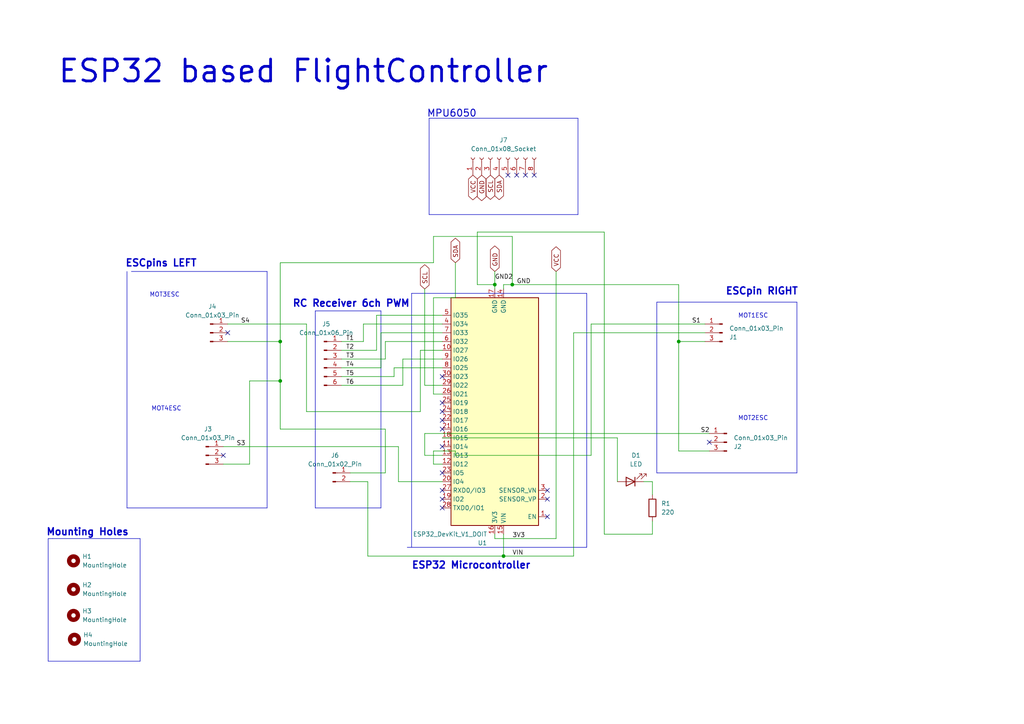
<source format=kicad_sch>
(kicad_sch
	(version 20231120)
	(generator "eeschema")
	(generator_version "8.0")
	(uuid "288436d5-3cab-4803-9fa5-001d8bdd9b65")
	(paper "A4")
	(title_block
		(title "ESP32 based FlightController ")
		(date "28-12-2024")
		(rev "v0.1")
		(company "Group-6 EEE_KLEIT")
	)
	(lib_symbols
		(symbol "Connector:Conn_01x02_Pin"
			(pin_names
				(offset 1.016) hide)
			(exclude_from_sim no)
			(in_bom yes)
			(on_board yes)
			(property "Reference" "J"
				(at 0 2.54 0)
				(effects
					(font
						(size 1.27 1.27)
					)
				)
			)
			(property "Value" "Conn_01x02_Pin"
				(at 0 -5.08 0)
				(effects
					(font
						(size 1.27 1.27)
					)
				)
			)
			(property "Footprint" ""
				(at 0 0 0)
				(effects
					(font
						(size 1.27 1.27)
					)
					(hide yes)
				)
			)
			(property "Datasheet" "~"
				(at 0 0 0)
				(effects
					(font
						(size 1.27 1.27)
					)
					(hide yes)
				)
			)
			(property "Description" "Generic connector, single row, 01x02, script generated"
				(at 0 0 0)
				(effects
					(font
						(size 1.27 1.27)
					)
					(hide yes)
				)
			)
			(property "ki_locked" ""
				(at 0 0 0)
				(effects
					(font
						(size 1.27 1.27)
					)
				)
			)
			(property "ki_keywords" "connector"
				(at 0 0 0)
				(effects
					(font
						(size 1.27 1.27)
					)
					(hide yes)
				)
			)
			(property "ki_fp_filters" "Connector*:*_1x??_*"
				(at 0 0 0)
				(effects
					(font
						(size 1.27 1.27)
					)
					(hide yes)
				)
			)
			(symbol "Conn_01x02_Pin_1_1"
				(polyline
					(pts
						(xy 1.27 -2.54) (xy 0.8636 -2.54)
					)
					(stroke
						(width 0.1524)
						(type default)
					)
					(fill
						(type none)
					)
				)
				(polyline
					(pts
						(xy 1.27 0) (xy 0.8636 0)
					)
					(stroke
						(width 0.1524)
						(type default)
					)
					(fill
						(type none)
					)
				)
				(rectangle
					(start 0.8636 -2.413)
					(end 0 -2.667)
					(stroke
						(width 0.1524)
						(type default)
					)
					(fill
						(type outline)
					)
				)
				(rectangle
					(start 0.8636 0.127)
					(end 0 -0.127)
					(stroke
						(width 0.1524)
						(type default)
					)
					(fill
						(type outline)
					)
				)
				(pin passive line
					(at 5.08 0 180)
					(length 3.81)
					(name "Pin_1"
						(effects
							(font
								(size 1.27 1.27)
							)
						)
					)
					(number "1"
						(effects
							(font
								(size 1.27 1.27)
							)
						)
					)
				)
				(pin passive line
					(at 5.08 -2.54 180)
					(length 3.81)
					(name "Pin_2"
						(effects
							(font
								(size 1.27 1.27)
							)
						)
					)
					(number "2"
						(effects
							(font
								(size 1.27 1.27)
							)
						)
					)
				)
			)
		)
		(symbol "Connector:Conn_01x03_Pin"
			(pin_names
				(offset 1.016) hide)
			(exclude_from_sim no)
			(in_bom yes)
			(on_board yes)
			(property "Reference" "J"
				(at 0 5.08 0)
				(effects
					(font
						(size 1.27 1.27)
					)
				)
			)
			(property "Value" "Conn_01x03_Pin"
				(at 0 -5.08 0)
				(effects
					(font
						(size 1.27 1.27)
					)
				)
			)
			(property "Footprint" ""
				(at 0 0 0)
				(effects
					(font
						(size 1.27 1.27)
					)
					(hide yes)
				)
			)
			(property "Datasheet" "~"
				(at 0 0 0)
				(effects
					(font
						(size 1.27 1.27)
					)
					(hide yes)
				)
			)
			(property "Description" "Generic connector, single row, 01x03, script generated"
				(at 0 0 0)
				(effects
					(font
						(size 1.27 1.27)
					)
					(hide yes)
				)
			)
			(property "ki_locked" ""
				(at 0 0 0)
				(effects
					(font
						(size 1.27 1.27)
					)
				)
			)
			(property "ki_keywords" "connector"
				(at 0 0 0)
				(effects
					(font
						(size 1.27 1.27)
					)
					(hide yes)
				)
			)
			(property "ki_fp_filters" "Connector*:*_1x??_*"
				(at 0 0 0)
				(effects
					(font
						(size 1.27 1.27)
					)
					(hide yes)
				)
			)
			(symbol "Conn_01x03_Pin_1_1"
				(polyline
					(pts
						(xy 1.27 -2.54) (xy 0.8636 -2.54)
					)
					(stroke
						(width 0.1524)
						(type default)
					)
					(fill
						(type none)
					)
				)
				(polyline
					(pts
						(xy 1.27 0) (xy 0.8636 0)
					)
					(stroke
						(width 0.1524)
						(type default)
					)
					(fill
						(type none)
					)
				)
				(polyline
					(pts
						(xy 1.27 2.54) (xy 0.8636 2.54)
					)
					(stroke
						(width 0.1524)
						(type default)
					)
					(fill
						(type none)
					)
				)
				(rectangle
					(start 0.8636 -2.413)
					(end 0 -2.667)
					(stroke
						(width 0.1524)
						(type default)
					)
					(fill
						(type outline)
					)
				)
				(rectangle
					(start 0.8636 0.127)
					(end 0 -0.127)
					(stroke
						(width 0.1524)
						(type default)
					)
					(fill
						(type outline)
					)
				)
				(rectangle
					(start 0.8636 2.667)
					(end 0 2.413)
					(stroke
						(width 0.1524)
						(type default)
					)
					(fill
						(type outline)
					)
				)
				(pin passive line
					(at 5.08 2.54 180)
					(length 3.81)
					(name "Pin_1"
						(effects
							(font
								(size 1.27 1.27)
							)
						)
					)
					(number "1"
						(effects
							(font
								(size 1.27 1.27)
							)
						)
					)
				)
				(pin passive line
					(at 5.08 0 180)
					(length 3.81)
					(name "Pin_2"
						(effects
							(font
								(size 1.27 1.27)
							)
						)
					)
					(number "2"
						(effects
							(font
								(size 1.27 1.27)
							)
						)
					)
				)
				(pin passive line
					(at 5.08 -2.54 180)
					(length 3.81)
					(name "Pin_3"
						(effects
							(font
								(size 1.27 1.27)
							)
						)
					)
					(number "3"
						(effects
							(font
								(size 1.27 1.27)
							)
						)
					)
				)
			)
		)
		(symbol "Connector:Conn_01x06_Pin"
			(pin_names
				(offset 1.016) hide)
			(exclude_from_sim no)
			(in_bom yes)
			(on_board yes)
			(property "Reference" "J"
				(at 0 7.62 0)
				(effects
					(font
						(size 1.27 1.27)
					)
				)
			)
			(property "Value" "Conn_01x06_Pin"
				(at 0 -10.16 0)
				(effects
					(font
						(size 1.27 1.27)
					)
				)
			)
			(property "Footprint" ""
				(at 0 0 0)
				(effects
					(font
						(size 1.27 1.27)
					)
					(hide yes)
				)
			)
			(property "Datasheet" "~"
				(at 0 0 0)
				(effects
					(font
						(size 1.27 1.27)
					)
					(hide yes)
				)
			)
			(property "Description" "Generic connector, single row, 01x06, script generated"
				(at 0 0 0)
				(effects
					(font
						(size 1.27 1.27)
					)
					(hide yes)
				)
			)
			(property "ki_locked" ""
				(at 0 0 0)
				(effects
					(font
						(size 1.27 1.27)
					)
				)
			)
			(property "ki_keywords" "connector"
				(at 0 0 0)
				(effects
					(font
						(size 1.27 1.27)
					)
					(hide yes)
				)
			)
			(property "ki_fp_filters" "Connector*:*_1x??_*"
				(at 0 0 0)
				(effects
					(font
						(size 1.27 1.27)
					)
					(hide yes)
				)
			)
			(symbol "Conn_01x06_Pin_1_1"
				(polyline
					(pts
						(xy 1.27 -7.62) (xy 0.8636 -7.62)
					)
					(stroke
						(width 0.1524)
						(type default)
					)
					(fill
						(type none)
					)
				)
				(polyline
					(pts
						(xy 1.27 -5.08) (xy 0.8636 -5.08)
					)
					(stroke
						(width 0.1524)
						(type default)
					)
					(fill
						(type none)
					)
				)
				(polyline
					(pts
						(xy 1.27 -2.54) (xy 0.8636 -2.54)
					)
					(stroke
						(width 0.1524)
						(type default)
					)
					(fill
						(type none)
					)
				)
				(polyline
					(pts
						(xy 1.27 0) (xy 0.8636 0)
					)
					(stroke
						(width 0.1524)
						(type default)
					)
					(fill
						(type none)
					)
				)
				(polyline
					(pts
						(xy 1.27 2.54) (xy 0.8636 2.54)
					)
					(stroke
						(width 0.1524)
						(type default)
					)
					(fill
						(type none)
					)
				)
				(polyline
					(pts
						(xy 1.27 5.08) (xy 0.8636 5.08)
					)
					(stroke
						(width 0.1524)
						(type default)
					)
					(fill
						(type none)
					)
				)
				(rectangle
					(start 0.8636 -7.493)
					(end 0 -7.747)
					(stroke
						(width 0.1524)
						(type default)
					)
					(fill
						(type outline)
					)
				)
				(rectangle
					(start 0.8636 -4.953)
					(end 0 -5.207)
					(stroke
						(width 0.1524)
						(type default)
					)
					(fill
						(type outline)
					)
				)
				(rectangle
					(start 0.8636 -2.413)
					(end 0 -2.667)
					(stroke
						(width 0.1524)
						(type default)
					)
					(fill
						(type outline)
					)
				)
				(rectangle
					(start 0.8636 0.127)
					(end 0 -0.127)
					(stroke
						(width 0.1524)
						(type default)
					)
					(fill
						(type outline)
					)
				)
				(rectangle
					(start 0.8636 2.667)
					(end 0 2.413)
					(stroke
						(width 0.1524)
						(type default)
					)
					(fill
						(type outline)
					)
				)
				(rectangle
					(start 0.8636 5.207)
					(end 0 4.953)
					(stroke
						(width 0.1524)
						(type default)
					)
					(fill
						(type outline)
					)
				)
				(pin passive line
					(at 5.08 5.08 180)
					(length 3.81)
					(name "Pin_1"
						(effects
							(font
								(size 1.27 1.27)
							)
						)
					)
					(number "1"
						(effects
							(font
								(size 1.27 1.27)
							)
						)
					)
				)
				(pin passive line
					(at 5.08 2.54 180)
					(length 3.81)
					(name "Pin_2"
						(effects
							(font
								(size 1.27 1.27)
							)
						)
					)
					(number "2"
						(effects
							(font
								(size 1.27 1.27)
							)
						)
					)
				)
				(pin passive line
					(at 5.08 0 180)
					(length 3.81)
					(name "Pin_3"
						(effects
							(font
								(size 1.27 1.27)
							)
						)
					)
					(number "3"
						(effects
							(font
								(size 1.27 1.27)
							)
						)
					)
				)
				(pin passive line
					(at 5.08 -2.54 180)
					(length 3.81)
					(name "Pin_4"
						(effects
							(font
								(size 1.27 1.27)
							)
						)
					)
					(number "4"
						(effects
							(font
								(size 1.27 1.27)
							)
						)
					)
				)
				(pin passive line
					(at 5.08 -5.08 180)
					(length 3.81)
					(name "Pin_5"
						(effects
							(font
								(size 1.27 1.27)
							)
						)
					)
					(number "5"
						(effects
							(font
								(size 1.27 1.27)
							)
						)
					)
				)
				(pin passive line
					(at 5.08 -7.62 180)
					(length 3.81)
					(name "Pin_6"
						(effects
							(font
								(size 1.27 1.27)
							)
						)
					)
					(number "6"
						(effects
							(font
								(size 1.27 1.27)
							)
						)
					)
				)
			)
		)
		(symbol "Connector:Conn_01x08_Socket"
			(pin_names
				(offset 1.016) hide)
			(exclude_from_sim no)
			(in_bom yes)
			(on_board yes)
			(property "Reference" "J"
				(at 0 10.16 0)
				(effects
					(font
						(size 1.27 1.27)
					)
				)
			)
			(property "Value" "Conn_01x08_Socket"
				(at 0 -12.7 0)
				(effects
					(font
						(size 1.27 1.27)
					)
				)
			)
			(property "Footprint" ""
				(at 0 0 0)
				(effects
					(font
						(size 1.27 1.27)
					)
					(hide yes)
				)
			)
			(property "Datasheet" "~"
				(at 0 0 0)
				(effects
					(font
						(size 1.27 1.27)
					)
					(hide yes)
				)
			)
			(property "Description" "Generic connector, single row, 01x08, script generated"
				(at 0 0 0)
				(effects
					(font
						(size 1.27 1.27)
					)
					(hide yes)
				)
			)
			(property "ki_locked" ""
				(at 0 0 0)
				(effects
					(font
						(size 1.27 1.27)
					)
				)
			)
			(property "ki_keywords" "connector"
				(at 0 0 0)
				(effects
					(font
						(size 1.27 1.27)
					)
					(hide yes)
				)
			)
			(property "ki_fp_filters" "Connector*:*_1x??_*"
				(at 0 0 0)
				(effects
					(font
						(size 1.27 1.27)
					)
					(hide yes)
				)
			)
			(symbol "Conn_01x08_Socket_1_1"
				(arc
					(start 0 -9.652)
					(mid -0.5058 -10.16)
					(end 0 -10.668)
					(stroke
						(width 0.1524)
						(type default)
					)
					(fill
						(type none)
					)
				)
				(arc
					(start 0 -7.112)
					(mid -0.5058 -7.62)
					(end 0 -8.128)
					(stroke
						(width 0.1524)
						(type default)
					)
					(fill
						(type none)
					)
				)
				(arc
					(start 0 -4.572)
					(mid -0.5058 -5.08)
					(end 0 -5.588)
					(stroke
						(width 0.1524)
						(type default)
					)
					(fill
						(type none)
					)
				)
				(arc
					(start 0 -2.032)
					(mid -0.5058 -2.54)
					(end 0 -3.048)
					(stroke
						(width 0.1524)
						(type default)
					)
					(fill
						(type none)
					)
				)
				(polyline
					(pts
						(xy -1.27 -10.16) (xy -0.508 -10.16)
					)
					(stroke
						(width 0.1524)
						(type default)
					)
					(fill
						(type none)
					)
				)
				(polyline
					(pts
						(xy -1.27 -7.62) (xy -0.508 -7.62)
					)
					(stroke
						(width 0.1524)
						(type default)
					)
					(fill
						(type none)
					)
				)
				(polyline
					(pts
						(xy -1.27 -5.08) (xy -0.508 -5.08)
					)
					(stroke
						(width 0.1524)
						(type default)
					)
					(fill
						(type none)
					)
				)
				(polyline
					(pts
						(xy -1.27 -2.54) (xy -0.508 -2.54)
					)
					(stroke
						(width 0.1524)
						(type default)
					)
					(fill
						(type none)
					)
				)
				(polyline
					(pts
						(xy -1.27 0) (xy -0.508 0)
					)
					(stroke
						(width 0.1524)
						(type default)
					)
					(fill
						(type none)
					)
				)
				(polyline
					(pts
						(xy -1.27 2.54) (xy -0.508 2.54)
					)
					(stroke
						(width 0.1524)
						(type default)
					)
					(fill
						(type none)
					)
				)
				(polyline
					(pts
						(xy -1.27 5.08) (xy -0.508 5.08)
					)
					(stroke
						(width 0.1524)
						(type default)
					)
					(fill
						(type none)
					)
				)
				(polyline
					(pts
						(xy -1.27 7.62) (xy -0.508 7.62)
					)
					(stroke
						(width 0.1524)
						(type default)
					)
					(fill
						(type none)
					)
				)
				(arc
					(start 0 0.508)
					(mid -0.5058 0)
					(end 0 -0.508)
					(stroke
						(width 0.1524)
						(type default)
					)
					(fill
						(type none)
					)
				)
				(arc
					(start 0 3.048)
					(mid -0.5058 2.54)
					(end 0 2.032)
					(stroke
						(width 0.1524)
						(type default)
					)
					(fill
						(type none)
					)
				)
				(arc
					(start 0 5.588)
					(mid -0.5058 5.08)
					(end 0 4.572)
					(stroke
						(width 0.1524)
						(type default)
					)
					(fill
						(type none)
					)
				)
				(arc
					(start 0 8.128)
					(mid -0.5058 7.62)
					(end 0 7.112)
					(stroke
						(width 0.1524)
						(type default)
					)
					(fill
						(type none)
					)
				)
				(pin passive line
					(at -5.08 7.62 0)
					(length 3.81)
					(name "Pin_1"
						(effects
							(font
								(size 1.27 1.27)
							)
						)
					)
					(number "1"
						(effects
							(font
								(size 1.27 1.27)
							)
						)
					)
				)
				(pin passive line
					(at -5.08 5.08 0)
					(length 3.81)
					(name "Pin_2"
						(effects
							(font
								(size 1.27 1.27)
							)
						)
					)
					(number "2"
						(effects
							(font
								(size 1.27 1.27)
							)
						)
					)
				)
				(pin passive line
					(at -5.08 2.54 0)
					(length 3.81)
					(name "Pin_3"
						(effects
							(font
								(size 1.27 1.27)
							)
						)
					)
					(number "3"
						(effects
							(font
								(size 1.27 1.27)
							)
						)
					)
				)
				(pin passive line
					(at -5.08 0 0)
					(length 3.81)
					(name "Pin_4"
						(effects
							(font
								(size 1.27 1.27)
							)
						)
					)
					(number "4"
						(effects
							(font
								(size 1.27 1.27)
							)
						)
					)
				)
				(pin passive line
					(at -5.08 -2.54 0)
					(length 3.81)
					(name "Pin_5"
						(effects
							(font
								(size 1.27 1.27)
							)
						)
					)
					(number "5"
						(effects
							(font
								(size 1.27 1.27)
							)
						)
					)
				)
				(pin passive line
					(at -5.08 -5.08 0)
					(length 3.81)
					(name "Pin_6"
						(effects
							(font
								(size 1.27 1.27)
							)
						)
					)
					(number "6"
						(effects
							(font
								(size 1.27 1.27)
							)
						)
					)
				)
				(pin passive line
					(at -5.08 -7.62 0)
					(length 3.81)
					(name "Pin_7"
						(effects
							(font
								(size 1.27 1.27)
							)
						)
					)
					(number "7"
						(effects
							(font
								(size 1.27 1.27)
							)
						)
					)
				)
				(pin passive line
					(at -5.08 -10.16 0)
					(length 3.81)
					(name "Pin_8"
						(effects
							(font
								(size 1.27 1.27)
							)
						)
					)
					(number "8"
						(effects
							(font
								(size 1.27 1.27)
							)
						)
					)
				)
			)
		)
		(symbol "Device:LED"
			(pin_numbers hide)
			(pin_names
				(offset 1.016) hide)
			(exclude_from_sim no)
			(in_bom yes)
			(on_board yes)
			(property "Reference" "D"
				(at 0 2.54 0)
				(effects
					(font
						(size 1.27 1.27)
					)
				)
			)
			(property "Value" "LED"
				(at 0 -2.54 0)
				(effects
					(font
						(size 1.27 1.27)
					)
				)
			)
			(property "Footprint" ""
				(at 0 0 0)
				(effects
					(font
						(size 1.27 1.27)
					)
					(hide yes)
				)
			)
			(property "Datasheet" "~"
				(at 0 0 0)
				(effects
					(font
						(size 1.27 1.27)
					)
					(hide yes)
				)
			)
			(property "Description" "Light emitting diode"
				(at 0 0 0)
				(effects
					(font
						(size 1.27 1.27)
					)
					(hide yes)
				)
			)
			(property "ki_keywords" "LED diode"
				(at 0 0 0)
				(effects
					(font
						(size 1.27 1.27)
					)
					(hide yes)
				)
			)
			(property "ki_fp_filters" "LED* LED_SMD:* LED_THT:*"
				(at 0 0 0)
				(effects
					(font
						(size 1.27 1.27)
					)
					(hide yes)
				)
			)
			(symbol "LED_0_1"
				(polyline
					(pts
						(xy -1.27 -1.27) (xy -1.27 1.27)
					)
					(stroke
						(width 0.254)
						(type default)
					)
					(fill
						(type none)
					)
				)
				(polyline
					(pts
						(xy -1.27 0) (xy 1.27 0)
					)
					(stroke
						(width 0)
						(type default)
					)
					(fill
						(type none)
					)
				)
				(polyline
					(pts
						(xy 1.27 -1.27) (xy 1.27 1.27) (xy -1.27 0) (xy 1.27 -1.27)
					)
					(stroke
						(width 0.254)
						(type default)
					)
					(fill
						(type none)
					)
				)
				(polyline
					(pts
						(xy -3.048 -0.762) (xy -4.572 -2.286) (xy -3.81 -2.286) (xy -4.572 -2.286) (xy -4.572 -1.524)
					)
					(stroke
						(width 0)
						(type default)
					)
					(fill
						(type none)
					)
				)
				(polyline
					(pts
						(xy -1.778 -0.762) (xy -3.302 -2.286) (xy -2.54 -2.286) (xy -3.302 -2.286) (xy -3.302 -1.524)
					)
					(stroke
						(width 0)
						(type default)
					)
					(fill
						(type none)
					)
				)
			)
			(symbol "LED_1_1"
				(pin passive line
					(at -3.81 0 0)
					(length 2.54)
					(name "K"
						(effects
							(font
								(size 1.27 1.27)
							)
						)
					)
					(number "1"
						(effects
							(font
								(size 1.27 1.27)
							)
						)
					)
				)
				(pin passive line
					(at 3.81 0 180)
					(length 2.54)
					(name "A"
						(effects
							(font
								(size 1.27 1.27)
							)
						)
					)
					(number "2"
						(effects
							(font
								(size 1.27 1.27)
							)
						)
					)
				)
			)
		)
		(symbol "Device:R"
			(pin_numbers hide)
			(pin_names
				(offset 0)
			)
			(exclude_from_sim no)
			(in_bom yes)
			(on_board yes)
			(property "Reference" "R"
				(at 2.032 0 90)
				(effects
					(font
						(size 1.27 1.27)
					)
				)
			)
			(property "Value" "R"
				(at 0 0 90)
				(effects
					(font
						(size 1.27 1.27)
					)
				)
			)
			(property "Footprint" ""
				(at -1.778 0 90)
				(effects
					(font
						(size 1.27 1.27)
					)
					(hide yes)
				)
			)
			(property "Datasheet" "~"
				(at 0 0 0)
				(effects
					(font
						(size 1.27 1.27)
					)
					(hide yes)
				)
			)
			(property "Description" "Resistor"
				(at 0 0 0)
				(effects
					(font
						(size 1.27 1.27)
					)
					(hide yes)
				)
			)
			(property "ki_keywords" "R res resistor"
				(at 0 0 0)
				(effects
					(font
						(size 1.27 1.27)
					)
					(hide yes)
				)
			)
			(property "ki_fp_filters" "R_*"
				(at 0 0 0)
				(effects
					(font
						(size 1.27 1.27)
					)
					(hide yes)
				)
			)
			(symbol "R_0_1"
				(rectangle
					(start -1.016 -2.54)
					(end 1.016 2.54)
					(stroke
						(width 0.254)
						(type default)
					)
					(fill
						(type none)
					)
				)
			)
			(symbol "R_1_1"
				(pin passive line
					(at 0 3.81 270)
					(length 1.27)
					(name "~"
						(effects
							(font
								(size 1.27 1.27)
							)
						)
					)
					(number "1"
						(effects
							(font
								(size 1.27 1.27)
							)
						)
					)
				)
				(pin passive line
					(at 0 -3.81 90)
					(length 1.27)
					(name "~"
						(effects
							(font
								(size 1.27 1.27)
							)
						)
					)
					(number "2"
						(effects
							(font
								(size 1.27 1.27)
							)
						)
					)
				)
			)
		)
		(symbol "Mechanical:MountingHole"
			(pin_names
				(offset 1.016)
			)
			(exclude_from_sim yes)
			(in_bom no)
			(on_board yes)
			(property "Reference" "H"
				(at 0 5.08 0)
				(effects
					(font
						(size 1.27 1.27)
					)
				)
			)
			(property "Value" "MountingHole"
				(at 0 3.175 0)
				(effects
					(font
						(size 1.27 1.27)
					)
				)
			)
			(property "Footprint" ""
				(at 0 0 0)
				(effects
					(font
						(size 1.27 1.27)
					)
					(hide yes)
				)
			)
			(property "Datasheet" "~"
				(at 0 0 0)
				(effects
					(font
						(size 1.27 1.27)
					)
					(hide yes)
				)
			)
			(property "Description" "Mounting Hole without connection"
				(at 0 0 0)
				(effects
					(font
						(size 1.27 1.27)
					)
					(hide yes)
				)
			)
			(property "ki_keywords" "mounting hole"
				(at 0 0 0)
				(effects
					(font
						(size 1.27 1.27)
					)
					(hide yes)
				)
			)
			(property "ki_fp_filters" "MountingHole*"
				(at 0 0 0)
				(effects
					(font
						(size 1.27 1.27)
					)
					(hide yes)
				)
			)
			(symbol "MountingHole_0_1"
				(circle
					(center 0 0)
					(radius 1.27)
					(stroke
						(width 1.27)
						(type default)
					)
					(fill
						(type none)
					)
				)
			)
		)
		(symbol "esp32_devkit_v1_doit:ESP32_DevKit_V1_DOIT"
			(exclude_from_sim no)
			(in_bom yes)
			(on_board yes)
			(property "Reference" "U"
				(at -11.43 34.29 0)
				(effects
					(font
						(size 1.27 1.27)
					)
				)
			)
			(property "Value" "ESP32_DevKit_V1_DOIT"
				(at 11.43 34.29 0)
				(effects
					(font
						(size 1.27 1.27)
					)
				)
			)
			(property "Footprint" "ESP32_DevKit_V1_DOIT:esp32_devkit_v1_doit"
				(at -11.43 34.29 0)
				(effects
					(font
						(size 1.27 1.27)
					)
					(hide yes)
				)
			)
			(property "Datasheet" "https://aliexpress.com/item/32864722159.html"
				(at -11.43 34.29 0)
				(effects
					(font
						(size 1.27 1.27)
					)
					(hide yes)
				)
			)
			(property "Description" "32-bit microcontroller module with WiFi and Bluetooth"
				(at 0 0 0)
				(effects
					(font
						(size 1.27 1.27)
					)
					(hide yes)
				)
			)
			(property "ki_keywords" "ESP32-WROOM-32 WiFi and Bluetooth microcontroller"
				(at 0 0 0)
				(effects
					(font
						(size 1.27 1.27)
					)
					(hide yes)
				)
			)
			(property "ki_fp_filters" "esp32?devkit?v1?doit*"
				(at 0 0 0)
				(effects
					(font
						(size 1.27 1.27)
					)
					(hide yes)
				)
			)
			(symbol "ESP32_DevKit_V1_DOIT_1_1"
				(rectangle
					(start -12.7 33.02)
					(end 12.7 -33.02)
					(stroke
						(width 0.254)
						(type solid)
					)
					(fill
						(type background)
					)
				)
				(pin input line
					(at -15.24 30.48 0)
					(length 2.54)
					(name "EN"
						(effects
							(font
								(size 1.27 1.27)
							)
						)
					)
					(number "1"
						(effects
							(font
								(size 1.27 1.27)
							)
						)
					)
				)
				(pin bidirectional line
					(at 15.24 -17.78 180)
					(length 2.54)
					(name "IO27"
						(effects
							(font
								(size 1.27 1.27)
							)
						)
					)
					(number "10"
						(effects
							(font
								(size 1.27 1.27)
							)
						)
					)
				)
				(pin bidirectional line
					(at 15.24 10.16 180)
					(length 2.54)
					(name "IO14"
						(effects
							(font
								(size 1.27 1.27)
							)
						)
					)
					(number "11"
						(effects
							(font
								(size 1.27 1.27)
							)
						)
					)
				)
				(pin bidirectional line
					(at 15.24 15.24 180)
					(length 2.54)
					(name "IO12"
						(effects
							(font
								(size 1.27 1.27)
							)
						)
					)
					(number "12"
						(effects
							(font
								(size 1.27 1.27)
							)
						)
					)
				)
				(pin bidirectional line
					(at 15.24 12.7 180)
					(length 2.54)
					(name "IO13"
						(effects
							(font
								(size 1.27 1.27)
							)
						)
					)
					(number "13"
						(effects
							(font
								(size 1.27 1.27)
							)
						)
					)
				)
				(pin power_in line
					(at -2.54 -35.56 90)
					(length 2.54)
					(name "GND"
						(effects
							(font
								(size 1.27 1.27)
							)
						)
					)
					(number "14"
						(effects
							(font
								(size 1.27 1.27)
							)
						)
					)
				)
				(pin power_in line
					(at -2.54 35.56 270)
					(length 2.54)
					(name "VIN"
						(effects
							(font
								(size 1.27 1.27)
							)
						)
					)
					(number "15"
						(effects
							(font
								(size 1.27 1.27)
							)
						)
					)
				)
				(pin power_in line
					(at 0 35.56 270)
					(length 2.54)
					(name "3V3"
						(effects
							(font
								(size 1.27 1.27)
							)
						)
					)
					(number "16"
						(effects
							(font
								(size 1.27 1.27)
							)
						)
					)
				)
				(pin power_in line
					(at 0 -35.56 90)
					(length 2.54)
					(name "GND"
						(effects
							(font
								(size 1.27 1.27)
							)
						)
					)
					(number "17"
						(effects
							(font
								(size 1.27 1.27)
							)
						)
					)
				)
				(pin bidirectional line
					(at 15.24 7.62 180)
					(length 2.54)
					(name "IO15"
						(effects
							(font
								(size 1.27 1.27)
							)
						)
					)
					(number "18"
						(effects
							(font
								(size 1.27 1.27)
							)
						)
					)
				)
				(pin bidirectional line
					(at 15.24 25.4 180)
					(length 2.54)
					(name "IO2"
						(effects
							(font
								(size 1.27 1.27)
							)
						)
					)
					(number "19"
						(effects
							(font
								(size 1.27 1.27)
							)
						)
					)
				)
				(pin input line
					(at -15.24 25.4 0)
					(length 2.54)
					(name "SENSOR_VP"
						(effects
							(font
								(size 1.27 1.27)
							)
						)
					)
					(number "2"
						(effects
							(font
								(size 1.27 1.27)
							)
						)
					)
				)
				(pin bidirectional line
					(at 15.24 20.32 180)
					(length 2.54)
					(name "IO4"
						(effects
							(font
								(size 1.27 1.27)
							)
						)
					)
					(number "20"
						(effects
							(font
								(size 1.27 1.27)
							)
						)
					)
				)
				(pin bidirectional line
					(at 15.24 5.08 180)
					(length 2.54)
					(name "IO16"
						(effects
							(font
								(size 1.27 1.27)
							)
						)
					)
					(number "21"
						(effects
							(font
								(size 1.27 1.27)
							)
						)
					)
				)
				(pin bidirectional line
					(at 15.24 2.54 180)
					(length 2.54)
					(name "IO17"
						(effects
							(font
								(size 1.27 1.27)
							)
						)
					)
					(number "22"
						(effects
							(font
								(size 1.27 1.27)
							)
						)
					)
				)
				(pin bidirectional line
					(at 15.24 17.78 180)
					(length 2.54)
					(name "IO5"
						(effects
							(font
								(size 1.27 1.27)
							)
						)
					)
					(number "23"
						(effects
							(font
								(size 1.27 1.27)
							)
						)
					)
				)
				(pin bidirectional line
					(at 15.24 0 180)
					(length 2.54)
					(name "IO18"
						(effects
							(font
								(size 1.27 1.27)
							)
						)
					)
					(number "24"
						(effects
							(font
								(size 1.27 1.27)
							)
						)
					)
				)
				(pin bidirectional line
					(at 15.24 -2.54 180)
					(length 2.54)
					(name "IO19"
						(effects
							(font
								(size 1.27 1.27)
							)
						)
					)
					(number "25"
						(effects
							(font
								(size 1.27 1.27)
							)
						)
					)
				)
				(pin bidirectional line
					(at 15.24 -5.08 180)
					(length 2.54)
					(name "IO21"
						(effects
							(font
								(size 1.27 1.27)
							)
						)
					)
					(number "26"
						(effects
							(font
								(size 1.27 1.27)
							)
						)
					)
				)
				(pin bidirectional line
					(at 15.24 22.86 180)
					(length 2.54)
					(name "RXD0/IO3"
						(effects
							(font
								(size 1.27 1.27)
							)
						)
					)
					(number "27"
						(effects
							(font
								(size 1.27 1.27)
							)
						)
					)
				)
				(pin bidirectional line
					(at 15.24 27.94 180)
					(length 2.54)
					(name "TXD0/IO1"
						(effects
							(font
								(size 1.27 1.27)
							)
						)
					)
					(number "28"
						(effects
							(font
								(size 1.27 1.27)
							)
						)
					)
				)
				(pin bidirectional line
					(at 15.24 -7.62 180)
					(length 2.54)
					(name "IO22"
						(effects
							(font
								(size 1.27 1.27)
							)
						)
					)
					(number "29"
						(effects
							(font
								(size 1.27 1.27)
							)
						)
					)
				)
				(pin input line
					(at -15.24 22.86 0)
					(length 2.54)
					(name "SENSOR_VN"
						(effects
							(font
								(size 1.27 1.27)
							)
						)
					)
					(number "3"
						(effects
							(font
								(size 1.27 1.27)
							)
						)
					)
				)
				(pin bidirectional line
					(at 15.24 -10.16 180)
					(length 2.54)
					(name "IO23"
						(effects
							(font
								(size 1.27 1.27)
							)
						)
					)
					(number "30"
						(effects
							(font
								(size 1.27 1.27)
							)
						)
					)
				)
				(pin input line
					(at 15.24 -25.4 180)
					(length 2.54)
					(name "IO34"
						(effects
							(font
								(size 1.27 1.27)
							)
						)
					)
					(number "4"
						(effects
							(font
								(size 1.27 1.27)
							)
						)
					)
				)
				(pin input line
					(at 15.24 -27.94 180)
					(length 2.54)
					(name "IO35"
						(effects
							(font
								(size 1.27 1.27)
							)
						)
					)
					(number "5"
						(effects
							(font
								(size 1.27 1.27)
							)
						)
					)
				)
				(pin bidirectional line
					(at 15.24 -20.32 180)
					(length 2.54)
					(name "IO32"
						(effects
							(font
								(size 1.27 1.27)
							)
						)
					)
					(number "6"
						(effects
							(font
								(size 1.27 1.27)
							)
						)
					)
				)
				(pin bidirectional line
					(at 15.24 -22.86 180)
					(length 2.54)
					(name "IO33"
						(effects
							(font
								(size 1.27 1.27)
							)
						)
					)
					(number "7"
						(effects
							(font
								(size 1.27 1.27)
							)
						)
					)
				)
				(pin bidirectional line
					(at 15.24 -12.7 180)
					(length 2.54)
					(name "IO25"
						(effects
							(font
								(size 1.27 1.27)
							)
						)
					)
					(number "8"
						(effects
							(font
								(size 1.27 1.27)
							)
						)
					)
				)
				(pin bidirectional line
					(at 15.24 -15.24 180)
					(length 2.54)
					(name "IO26"
						(effects
							(font
								(size 1.27 1.27)
							)
						)
					)
					(number "9"
						(effects
							(font
								(size 1.27 1.27)
							)
						)
					)
				)
			)
		)
	)
	(junction
		(at 81.28 110.49)
		(diameter 0)
		(color 0 0 0 0)
		(uuid "44003b18-c962-497c-998b-3088327db1a8")
	)
	(junction
		(at 148.59 82.55)
		(diameter 0)
		(color 0 0 0 0)
		(uuid "5b14ae9d-c6ef-4447-ad69-a564f4679691")
	)
	(junction
		(at 81.28 99.06)
		(diameter 0)
		(color 0 0 0 0)
		(uuid "6e3913c8-966c-48f9-8d2c-2834477df010")
	)
	(junction
		(at 196.85 99.06)
		(diameter 0)
		(color 0 0 0 0)
		(uuid "955781a7-90f7-4bf6-ad94-4657bfb0aa53")
	)
	(junction
		(at 143.51 82.55)
		(diameter 0)
		(color 0 0 0 0)
		(uuid "a681c822-9c4f-4a91-bee3-4097e86d8a93")
	)
	(junction
		(at 146.05 161.29)
		(diameter 0)
		(color 0 0 0 0)
		(uuid "b8e73cbf-5110-457a-a55f-c1252e252c96")
	)
	(no_connect
		(at 128.27 116.84)
		(uuid "0016f49a-7630-4387-96b4-61a5032eed2b")
	)
	(no_connect
		(at 64.77 132.08)
		(uuid "04afa25f-a907-459e-a44a-ffe7410b4855")
	)
	(no_connect
		(at 128.27 147.32)
		(uuid "0c1534e6-9bb1-4742-8964-bcd4da4bfc3d")
	)
	(no_connect
		(at 128.27 137.16)
		(uuid "15175384-f6b8-4859-9815-c1c145ae7417")
	)
	(no_connect
		(at 147.32 50.8)
		(uuid "399ecc24-a2fc-4b52-9da1-3caf85fdd4aa")
	)
	(no_connect
		(at 128.27 121.92)
		(uuid "44b3f632-bbe6-44d2-87e3-b672a13002cd")
	)
	(no_connect
		(at 66.04 96.52)
		(uuid "49bd5833-cfd6-4a26-8cc8-94a0713d7919")
	)
	(no_connect
		(at 158.75 142.24)
		(uuid "4dbafe3a-a6b4-4680-b543-b1bdb5e466ea")
	)
	(no_connect
		(at 158.75 149.86)
		(uuid "5e742646-b924-4f93-b57e-926c433cb298")
	)
	(no_connect
		(at 128.27 129.54)
		(uuid "60ee7d15-f443-474a-96a9-5be48cf59178")
	)
	(no_connect
		(at 128.27 144.78)
		(uuid "671c4973-6a64-43bf-b7b3-e5a1277a0556")
	)
	(no_connect
		(at 152.4 50.8)
		(uuid "88469c5e-7d43-46fd-9f80-76a7be6eb24f")
	)
	(no_connect
		(at 128.27 142.24)
		(uuid "891c0915-6252-47bd-9347-eeb38d6f0dfa")
	)
	(no_connect
		(at 205.74 128.27)
		(uuid "925e4f0a-6673-4d2d-8f0b-309d1ec7fd88")
	)
	(no_connect
		(at 149.86 50.8)
		(uuid "b3655920-aa58-4075-ab11-bb2757a32061")
	)
	(no_connect
		(at 158.75 144.78)
		(uuid "bca49081-87cb-424c-b8f1-2df8d5b9e93b")
	)
	(no_connect
		(at 128.27 119.38)
		(uuid "c7422946-d90d-4f98-ac43-057bc9968de6")
	)
	(no_connect
		(at 154.94 50.8)
		(uuid "e0776725-57eb-42f0-8801-7aa9f0792b85")
	)
	(no_connect
		(at 128.27 124.46)
		(uuid "fc67f97b-1a1a-4f0d-8ca5-89c5dcac1786")
	)
	(no_connect
		(at 128.27 109.22)
		(uuid "fdef084b-ba04-4e0c-bff9-cb1d25fb3dd2")
	)
	(polyline
		(pts
			(xy 170.18 158.75) (xy 118.11 158.75)
		)
		(stroke
			(width 0)
			(type default)
		)
		(uuid "0166ec2d-a5bd-46cf-a4e3-b0e324eafedd")
	)
	(polyline
		(pts
			(xy 38.1 78.74) (xy 77.47 78.74)
		)
		(stroke
			(width 0)
			(type default)
		)
		(uuid "01eb70fc-db79-44ce-9061-3b228ee77be7")
	)
	(wire
		(pts
			(xy 64.77 134.62) (xy 72.39 134.62)
		)
		(stroke
			(width 0)
			(type default)
		)
		(uuid "02c1b7b5-0f03-4f8c-85d5-4ac4134aa610")
	)
	(wire
		(pts
			(xy 64.77 129.54) (xy 115.57 129.54)
		)
		(stroke
			(width 0)
			(type default)
		)
		(uuid "0aa07d75-d9bb-4be1-8c9a-f2444ffdf238")
	)
	(polyline
		(pts
			(xy 36.83 78.74) (xy 36.83 147.32)
		)
		(stroke
			(width 0)
			(type default)
		)
		(uuid "0b1d032b-1cba-4dab-897c-dda5ff19d7d9")
	)
	(polyline
		(pts
			(xy 231.14 87.63) (xy 231.14 137.16)
		)
		(stroke
			(width 0)
			(type default)
		)
		(uuid "15600b82-585a-47a1-9ae7-62cbae1ef8c8")
	)
	(wire
		(pts
			(xy 128.27 104.14) (xy 116.84 104.14)
		)
		(stroke
			(width 0)
			(type default)
		)
		(uuid "17179acc-a10d-4028-988f-b8cf70eca2aa")
	)
	(wire
		(pts
			(xy 132.08 130.81) (xy 125.73 130.81)
		)
		(stroke
			(width 0)
			(type default)
		)
		(uuid "18f58de9-4ef4-408d-b22c-248a75e40b7b")
	)
	(wire
		(pts
			(xy 123.19 111.76) (xy 128.27 111.76)
		)
		(stroke
			(width 0)
			(type default)
		)
		(uuid "1cd98aa4-d1a1-4836-85bd-459816720805")
	)
	(polyline
		(pts
			(xy 124.46 34.29) (xy 124.46 62.23)
		)
		(stroke
			(width 0)
			(type default)
		)
		(uuid "1d9a9722-f094-473b-8538-f8e588f2d4cb")
	)
	(wire
		(pts
			(xy 143.51 156.21) (xy 161.29 156.21)
		)
		(stroke
			(width 0)
			(type default)
		)
		(uuid "224a4bb3-5b47-4285-b891-ac27eedd8575")
	)
	(wire
		(pts
			(xy 125.73 130.81) (xy 125.73 134.62)
		)
		(stroke
			(width 0)
			(type default)
		)
		(uuid "23b8bfb8-3038-48ed-b38a-fbab33170dce")
	)
	(wire
		(pts
			(xy 81.28 110.49) (xy 81.28 124.46)
		)
		(stroke
			(width 0)
			(type default)
		)
		(uuid "244d041f-d2ff-4672-a08c-a59702fdb20b")
	)
	(wire
		(pts
			(xy 148.59 68.58) (xy 148.59 82.55)
		)
		(stroke
			(width 0)
			(type default)
		)
		(uuid "25f9b6cc-f02a-4fe7-a5d1-2f6c98cbc99b")
	)
	(polyline
		(pts
			(xy 40.64 191.77) (xy 13.97 191.77)
		)
		(stroke
			(width 0)
			(type default)
		)
		(uuid "28d6eebe-5fa7-41ef-a64d-64250e17070e")
	)
	(wire
		(pts
			(xy 116.84 104.14) (xy 116.84 111.76)
		)
		(stroke
			(width 0)
			(type default)
		)
		(uuid "2e9c7748-073e-4481-acd7-aa7d39ad209e")
	)
	(wire
		(pts
			(xy 161.29 78.74) (xy 161.29 156.21)
		)
		(stroke
			(width 0)
			(type default)
		)
		(uuid "3460ba18-a031-43b9-af5d-0b8dd5381452")
	)
	(wire
		(pts
			(xy 110.49 96.52) (xy 110.49 106.68)
		)
		(stroke
			(width 0)
			(type default)
		)
		(uuid "3590a507-3761-4c32-a676-e643fe4860dd")
	)
	(wire
		(pts
			(xy 148.59 82.55) (xy 146.05 82.55)
		)
		(stroke
			(width 0)
			(type default)
		)
		(uuid "35defae2-aad5-4819-923c-5f80566b288d")
	)
	(wire
		(pts
			(xy 114.3 109.22) (xy 99.06 109.22)
		)
		(stroke
			(width 0)
			(type default)
		)
		(uuid "3b361a07-2c34-45ff-ba24-212753f934b3")
	)
	(wire
		(pts
			(xy 196.85 130.81) (xy 196.85 99.06)
		)
		(stroke
			(width 0)
			(type default)
		)
		(uuid "3bc50c7b-6835-4312-9c2b-3c2d5ff54b08")
	)
	(wire
		(pts
			(xy 109.22 91.44) (xy 109.22 101.6)
		)
		(stroke
			(width 0)
			(type default)
		)
		(uuid "3c7ca05b-9483-4416-9c57-d6f72f095cfb")
	)
	(wire
		(pts
			(xy 143.51 154.94) (xy 143.51 156.21)
		)
		(stroke
			(width 0)
			(type default)
		)
		(uuid "3dcd1300-fa7a-4fb5-8121-b3dabc1a0d62")
	)
	(wire
		(pts
			(xy 111.76 137.16) (xy 111.76 124.46)
		)
		(stroke
			(width 0)
			(type default)
		)
		(uuid "4083b77a-07df-4235-920f-779f4dee55d6")
	)
	(wire
		(pts
			(xy 101.6 137.16) (xy 111.76 137.16)
		)
		(stroke
			(width 0)
			(type default)
		)
		(uuid "408e6d4c-3110-4494-94dd-6d23d0f406c5")
	)
	(wire
		(pts
			(xy 128.27 106.68) (xy 114.3 106.68)
		)
		(stroke
			(width 0)
			(type default)
		)
		(uuid "40d75bea-a2a9-4e0c-8f1a-efc0c46fa626")
	)
	(wire
		(pts
			(xy 106.68 139.7) (xy 106.68 161.29)
		)
		(stroke
			(width 0)
			(type default)
		)
		(uuid "49ec6549-a6e3-4596-90c9-72dec8f1d57d")
	)
	(wire
		(pts
			(xy 128.27 93.98) (xy 105.41 93.98)
		)
		(stroke
			(width 0)
			(type default)
		)
		(uuid "4ae293b1-66d0-4ef1-96ca-5923dd97019d")
	)
	(wire
		(pts
			(xy 196.85 99.06) (xy 196.85 82.55)
		)
		(stroke
			(width 0)
			(type default)
		)
		(uuid "5849edd0-c55e-44eb-9e52-447a546fdce4")
	)
	(polyline
		(pts
			(xy 119.38 85.09) (xy 119.38 158.75)
		)
		(stroke
			(width 0)
			(type default)
		)
		(uuid "58794763-68cb-4e98-80b1-8b7b75d58be3")
	)
	(wire
		(pts
			(xy 132.08 76.2) (xy 132.08 86.36)
		)
		(stroke
			(width 0)
			(type default)
		)
		(uuid "5b024a47-bc79-46e0-9a59-86b5578de58f")
	)
	(polyline
		(pts
			(xy 91.44 90.17) (xy 91.44 92.71)
		)
		(stroke
			(width 0)
			(type default)
		)
		(uuid "5b1ae7bb-fa99-4965-9648-f0c20937a7c7")
	)
	(polyline
		(pts
			(xy 167.64 34.29) (xy 167.64 62.23)
		)
		(stroke
			(width 0)
			(type default)
		)
		(uuid "5cb95e71-048d-45f6-aef8-e7e5bd0cc8c8")
	)
	(polyline
		(pts
			(xy 91.44 91.44) (xy 91.44 147.32)
		)
		(stroke
			(width 0)
			(type default)
		)
		(uuid "5ed12315-f920-456f-af52-0a1daa3c1ec1")
	)
	(wire
		(pts
			(xy 171.45 132.08) (xy 132.08 132.08)
		)
		(stroke
			(width 0)
			(type default)
		)
		(uuid "623e43cc-53a5-48c1-86da-91b1905e15a5")
	)
	(wire
		(pts
			(xy 123.19 125.73) (xy 123.19 132.08)
		)
		(stroke
			(width 0)
			(type default)
		)
		(uuid "62dbb8ac-36d1-4717-a37b-33eefab3f8be")
	)
	(wire
		(pts
			(xy 115.57 129.54) (xy 115.57 139.7)
		)
		(stroke
			(width 0)
			(type default)
		)
		(uuid "63d318c0-8cf7-4f58-a568-4d0c5fc8a871")
	)
	(wire
		(pts
			(xy 88.9 93.98) (xy 88.9 119.38)
		)
		(stroke
			(width 0)
			(type default)
		)
		(uuid "6660dbf5-ed4f-4e3d-9f2b-0bf1b7213e0c")
	)
	(wire
		(pts
			(xy 189.23 139.7) (xy 189.23 143.51)
		)
		(stroke
			(width 0)
			(type default)
		)
		(uuid "6b295415-980e-4b6f-8d73-8826ff3b75f9")
	)
	(wire
		(pts
			(xy 138.43 82.55) (xy 143.51 82.55)
		)
		(stroke
			(width 0)
			(type default)
		)
		(uuid "6bb16935-30d5-4742-a67a-4d903b1e793c")
	)
	(wire
		(pts
			(xy 143.51 78.74) (xy 143.51 82.55)
		)
		(stroke
			(width 0)
			(type default)
		)
		(uuid "6c4f5caf-aa7c-43fe-ac8a-2de451a71e77")
	)
	(wire
		(pts
			(xy 121.92 101.6) (xy 128.27 101.6)
		)
		(stroke
			(width 0)
			(type default)
		)
		(uuid "71469d9c-6097-4c8c-8b05-b19e362863dd")
	)
	(wire
		(pts
			(xy 146.05 154.94) (xy 146.05 161.29)
		)
		(stroke
			(width 0)
			(type default)
		)
		(uuid "73be110b-761e-47f9-afc5-bedd5b82ae29")
	)
	(wire
		(pts
			(xy 125.73 86.36) (xy 125.73 114.3)
		)
		(stroke
			(width 0)
			(type default)
		)
		(uuid "74c7c483-aa53-4913-9b73-fe5b7d817e20")
	)
	(wire
		(pts
			(xy 205.74 130.81) (xy 196.85 130.81)
		)
		(stroke
			(width 0)
			(type default)
		)
		(uuid "757a4bcc-c996-47e2-ae55-a87455cef9d1")
	)
	(wire
		(pts
			(xy 116.84 111.76) (xy 99.06 111.76)
		)
		(stroke
			(width 0)
			(type default)
		)
		(uuid "76901011-299a-476a-9fa9-722a7bc23de4")
	)
	(wire
		(pts
			(xy 114.3 106.68) (xy 114.3 109.22)
		)
		(stroke
			(width 0)
			(type default)
		)
		(uuid "78a758d9-8807-4243-9734-8ce944eeb905")
	)
	(polyline
		(pts
			(xy 13.97 191.77) (xy 13.97 156.21)
		)
		(stroke
			(width 0)
			(type default)
		)
		(uuid "7922a400-58ff-4f9b-b98d-7ef3140917a2")
	)
	(wire
		(pts
			(xy 138.43 67.31) (xy 138.43 82.55)
		)
		(stroke
			(width 0)
			(type default)
		)
		(uuid "7a75c42e-1ea5-4bb1-ba48-78955087f07b")
	)
	(wire
		(pts
			(xy 66.04 99.06) (xy 81.28 99.06)
		)
		(stroke
			(width 0)
			(type default)
		)
		(uuid "7b50ebb0-5e26-49ce-a2eb-62fe561430ec")
	)
	(wire
		(pts
			(xy 166.37 161.29) (xy 146.05 161.29)
		)
		(stroke
			(width 0)
			(type default)
		)
		(uuid "81db5c20-3442-4d80-8219-d19aa94d50fb")
	)
	(polyline
		(pts
			(xy 40.64 156.21) (xy 40.64 191.77)
		)
		(stroke
			(width 0)
			(type default)
		)
		(uuid "827d0c67-2cf3-4337-b52a-9fe10134a7c8")
	)
	(wire
		(pts
			(xy 72.39 134.62) (xy 72.39 110.49)
		)
		(stroke
			(width 0)
			(type default)
		)
		(uuid "82d41b8d-39fb-42b3-b37f-5668e52f1c86")
	)
	(polyline
		(pts
			(xy 190.5 87.63) (xy 231.14 87.63)
		)
		(stroke
			(width 0)
			(type default)
		)
		(uuid "83711f39-eedb-4ed1-9368-4c64b35210f1")
	)
	(wire
		(pts
			(xy 81.28 76.2) (xy 81.28 99.06)
		)
		(stroke
			(width 0)
			(type default)
		)
		(uuid "837fda6a-fcbd-42fc-9eac-298a3a0d6d83")
	)
	(wire
		(pts
			(xy 125.73 114.3) (xy 128.27 114.3)
		)
		(stroke
			(width 0)
			(type default)
		)
		(uuid "876d740d-d8f2-4d99-9bf8-42967c8cf847")
	)
	(wire
		(pts
			(xy 128.27 96.52) (xy 110.49 96.52)
		)
		(stroke
			(width 0)
			(type default)
		)
		(uuid "89d22fc2-5094-4b26-b32c-9a75b7eea6ba")
	)
	(wire
		(pts
			(xy 132.08 132.08) (xy 132.08 130.81)
		)
		(stroke
			(width 0)
			(type default)
		)
		(uuid "8a3aa8c0-4b79-4801-ac90-596c4a8c5f9d")
	)
	(polyline
		(pts
			(xy 167.64 62.23) (xy 124.46 62.23)
		)
		(stroke
			(width 0)
			(type default)
		)
		(uuid "8cf49fc2-7f75-4894-9530-b0a4633d5001")
	)
	(wire
		(pts
			(xy 143.51 82.55) (xy 143.51 83.82)
		)
		(stroke
			(width 0)
			(type default)
		)
		(uuid "8f87768d-6f23-46fd-8633-fe2d55d6c351")
	)
	(wire
		(pts
			(xy 196.85 99.06) (xy 204.47 99.06)
		)
		(stroke
			(width 0)
			(type default)
		)
		(uuid "8f94dcff-303c-44ac-8479-ad91c6ab8fed")
	)
	(wire
		(pts
			(xy 111.76 124.46) (xy 81.28 124.46)
		)
		(stroke
			(width 0)
			(type default)
		)
		(uuid "8fdcb914-83eb-43ce-8a55-69834d3c1a16")
	)
	(wire
		(pts
			(xy 66.04 93.98) (xy 88.9 93.98)
		)
		(stroke
			(width 0)
			(type default)
		)
		(uuid "9007942f-c98b-4de0-89eb-bbc1994927c8")
	)
	(wire
		(pts
			(xy 111.76 99.06) (xy 111.76 104.14)
		)
		(stroke
			(width 0)
			(type default)
		)
		(uuid "92f2ebd9-abf7-4d08-acfa-7f316280dcfd")
	)
	(wire
		(pts
			(xy 166.37 96.52) (xy 166.37 161.29)
		)
		(stroke
			(width 0)
			(type default)
		)
		(uuid "98e1ab96-6fc5-43b7-ac69-26a89965088d")
	)
	(wire
		(pts
			(xy 128.27 99.06) (xy 111.76 99.06)
		)
		(stroke
			(width 0)
			(type default)
		)
		(uuid "9a1c943b-7013-49b0-abdf-a479cec4fdc0")
	)
	(wire
		(pts
			(xy 171.45 132.08) (xy 171.45 93.98)
		)
		(stroke
			(width 0)
			(type default)
		)
		(uuid "9bd205c2-8b36-491e-8c24-0b9b1ff2f4c4")
	)
	(wire
		(pts
			(xy 146.05 82.55) (xy 146.05 83.82)
		)
		(stroke
			(width 0)
			(type default)
		)
		(uuid "9dc841ec-2427-4874-929e-bcc88c53e7f2")
	)
	(polyline
		(pts
			(xy 77.47 147.32) (xy 36.83 147.32)
		)
		(stroke
			(width 0)
			(type default)
		)
		(uuid "9fe6a107-9b5a-4631-88db-50e0e8806ef1")
	)
	(wire
		(pts
			(xy 72.39 110.49) (xy 81.28 110.49)
		)
		(stroke
			(width 0)
			(type default)
		)
		(uuid "a9cce032-76ba-49b1-b1b5-706f7919cc5b")
	)
	(wire
		(pts
			(xy 189.23 151.13) (xy 189.23 154.94)
		)
		(stroke
			(width 0)
			(type default)
		)
		(uuid "ac7fdad4-d007-4a89-ad41-bb74fd1579e8")
	)
	(wire
		(pts
			(xy 111.76 104.14) (xy 99.06 104.14)
		)
		(stroke
			(width 0)
			(type default)
		)
		(uuid "ac9206f5-4c09-4935-ac91-0554fbe664dc")
	)
	(wire
		(pts
			(xy 125.73 76.2) (xy 125.73 68.58)
		)
		(stroke
			(width 0)
			(type default)
		)
		(uuid "ae8f7d8d-1ae2-4eca-b846-b2b4dce3356d")
	)
	(wire
		(pts
			(xy 110.49 106.68) (xy 99.06 106.68)
		)
		(stroke
			(width 0)
			(type default)
		)
		(uuid "af6c91bc-52fd-4985-9c35-c77ca3093eed")
	)
	(polyline
		(pts
			(xy 91.44 147.32) (xy 110.49 147.32)
		)
		(stroke
			(width 0)
			(type default)
		)
		(uuid "b1f7d43c-368a-4ebb-9b52-1296702be8f0")
	)
	(wire
		(pts
			(xy 123.19 132.08) (xy 128.27 132.08)
		)
		(stroke
			(width 0)
			(type default)
		)
		(uuid "b265afcd-d200-4ee3-a18a-86af357fbee3")
	)
	(polyline
		(pts
			(xy 231.14 137.16) (xy 190.5 137.16)
		)
		(stroke
			(width 0)
			(type default)
		)
		(uuid "b338eeff-8f67-4daa-b120-de6d91bbb6bb")
	)
	(polyline
		(pts
			(xy 110.49 90.17) (xy 91.44 90.17)
		)
		(stroke
			(width 0)
			(type default)
		)
		(uuid "b6fc46d1-395a-48ca-a7a5-9ed67727b4bc")
	)
	(wire
		(pts
			(xy 196.85 82.55) (xy 148.59 82.55)
		)
		(stroke
			(width 0)
			(type default)
		)
		(uuid "b780e9fd-7679-490a-8881-be825bab99fe")
	)
	(wire
		(pts
			(xy 186.69 139.7) (xy 189.23 139.7)
		)
		(stroke
			(width 0)
			(type default)
		)
		(uuid "b912fc4e-1fd8-4a3f-a82d-53a396c120b6")
	)
	(polyline
		(pts
			(xy 170.18 85.09) (xy 170.18 158.75)
		)
		(stroke
			(width 0)
			(type default)
		)
		(uuid "bb807af2-fb15-4c86-91b2-922270c958a4")
	)
	(wire
		(pts
			(xy 105.41 99.06) (xy 99.06 99.06)
		)
		(stroke
			(width 0)
			(type default)
		)
		(uuid "bedde7f4-a462-408b-9564-a3f3daaa6ee4")
	)
	(wire
		(pts
			(xy 175.26 154.94) (xy 175.26 67.31)
		)
		(stroke
			(width 0)
			(type default)
		)
		(uuid "bf671eec-1e6d-4999-92e1-277aaf88d18f")
	)
	(wire
		(pts
			(xy 171.45 93.98) (xy 204.47 93.98)
		)
		(stroke
			(width 0)
			(type default)
		)
		(uuid "c040edaa-a7ec-41e4-89bf-75d45b0689fb")
	)
	(wire
		(pts
			(xy 81.28 76.2) (xy 125.73 76.2)
		)
		(stroke
			(width 0)
			(type default)
		)
		(uuid "c4496e1d-13cb-4afa-a115-7b0de8efda80")
	)
	(wire
		(pts
			(xy 189.23 154.94) (xy 175.26 154.94)
		)
		(stroke
			(width 0)
			(type default)
		)
		(uuid "c4893640-5e25-49c7-9b4a-0baffce281bc")
	)
	(polyline
		(pts
			(xy 170.18 85.09) (xy 119.38 85.09)
		)
		(stroke
			(width 0)
			(type default)
		)
		(uuid "c70f3953-c659-4448-a69b-ef6acb992809")
	)
	(wire
		(pts
			(xy 109.22 101.6) (xy 99.06 101.6)
		)
		(stroke
			(width 0)
			(type default)
		)
		(uuid "c90074b3-fb3c-4666-a4e4-cb52b7b555c0")
	)
	(wire
		(pts
			(xy 121.92 119.38) (xy 121.92 101.6)
		)
		(stroke
			(width 0)
			(type default)
		)
		(uuid "ca086303-15ed-4aaf-9e71-87cae5e447fe")
	)
	(polyline
		(pts
			(xy 15.24 156.21) (xy 40.64 156.21)
		)
		(stroke
			(width 0)
			(type default)
		)
		(uuid "cbeb3cfc-fea6-46b7-b049-d05fddcc457c")
	)
	(wire
		(pts
			(xy 123.19 83.82) (xy 123.19 111.76)
		)
		(stroke
			(width 0)
			(type default)
		)
		(uuid "ce7869bf-94ab-49ce-aa2b-702d63ae5dd7")
	)
	(wire
		(pts
			(xy 105.41 93.98) (xy 105.41 99.06)
		)
		(stroke
			(width 0)
			(type default)
		)
		(uuid "d004b46d-f4b9-4866-b145-24b9ecc3ee04")
	)
	(wire
		(pts
			(xy 146.05 161.29) (xy 106.68 161.29)
		)
		(stroke
			(width 0)
			(type default)
		)
		(uuid "d0e618d9-199f-432a-a68a-dad7a5a26e09")
	)
	(wire
		(pts
			(xy 106.68 139.7) (xy 101.6 139.7)
		)
		(stroke
			(width 0)
			(type default)
		)
		(uuid "d109303a-c1c7-4fce-9f5c-189c32348213")
	)
	(wire
		(pts
			(xy 175.26 67.31) (xy 138.43 67.31)
		)
		(stroke
			(width 0)
			(type default)
		)
		(uuid "da4e3c41-a3e0-4c79-928c-198649a92fc2")
	)
	(polyline
		(pts
			(xy 13.97 156.21) (xy 15.24 156.21)
		)
		(stroke
			(width 0)
			(type default)
		)
		(uuid "dc8af42e-c0c5-46a9-a629-48256fe7ac17")
	)
	(wire
		(pts
			(xy 125.73 68.58) (xy 148.59 68.58)
		)
		(stroke
			(width 0)
			(type default)
		)
		(uuid "decc7e44-813c-438f-8d44-180ab0df978c")
	)
	(wire
		(pts
			(xy 115.57 139.7) (xy 128.27 139.7)
		)
		(stroke
			(width 0)
			(type default)
		)
		(uuid "df006e23-b909-4f47-9530-40da89faaaee")
	)
	(polyline
		(pts
			(xy 190.5 87.63) (xy 190.5 137.16)
		)
		(stroke
			(width 0)
			(type default)
		)
		(uuid "e2d2236f-b122-4b4b-9d52-af8564864977")
	)
	(wire
		(pts
			(xy 132.08 86.36) (xy 125.73 86.36)
		)
		(stroke
			(width 0)
			(type default)
		)
		(uuid "e4206ab6-52fd-4d79-9019-963a9383667e")
	)
	(wire
		(pts
			(xy 179.07 127) (xy 179.07 139.7)
		)
		(stroke
			(width 0)
			(type default)
		)
		(uuid "e4c4eceb-8d98-402d-9ddc-d8cfcd6da576")
	)
	(wire
		(pts
			(xy 205.74 125.73) (xy 123.19 125.73)
		)
		(stroke
			(width 0)
			(type default)
		)
		(uuid "e5f22ae3-2d4c-4c3a-be31-55cb32a3b714")
	)
	(wire
		(pts
			(xy 88.9 119.38) (xy 121.92 119.38)
		)
		(stroke
			(width 0)
			(type default)
		)
		(uuid "e7f5f828-fce1-4860-a4e0-14be85556222")
	)
	(wire
		(pts
			(xy 125.73 134.62) (xy 128.27 134.62)
		)
		(stroke
			(width 0)
			(type default)
		)
		(uuid "eb53c5d8-f1e3-4e09-ba17-b5ea1c0c95e7")
	)
	(polyline
		(pts
			(xy 110.49 147.32) (xy 110.49 90.17)
		)
		(stroke
			(width 0)
			(type default)
		)
		(uuid "ee03229d-5f8c-4738-8b47-68814ff3751a")
	)
	(polyline
		(pts
			(xy 77.47 78.74) (xy 77.47 147.32)
		)
		(stroke
			(width 0)
			(type default)
		)
		(uuid "f0255ab3-6865-43fd-9134-3d88e7b0e9fa")
	)
	(polyline
		(pts
			(xy 124.46 34.29) (xy 167.64 34.29)
		)
		(stroke
			(width 0)
			(type default)
		)
		(uuid "f3f3713d-65fd-4ad7-befa-836d3c194ad7")
	)
	(wire
		(pts
			(xy 204.47 96.52) (xy 166.37 96.52)
		)
		(stroke
			(width 0)
			(type default)
		)
		(uuid "f6dd3837-fc7e-4d8b-ace6-cc1cb94a5103")
	)
	(wire
		(pts
			(xy 128.27 91.44) (xy 109.22 91.44)
		)
		(stroke
			(width 0)
			(type default)
		)
		(uuid "f7003039-f098-45f9-b5a5-76c150d6b529")
	)
	(wire
		(pts
			(xy 128.27 127) (xy 179.07 127)
		)
		(stroke
			(width 0)
			(type default)
		)
		(uuid "f802fc55-1251-4847-9393-2d42d7db27ed")
	)
	(wire
		(pts
			(xy 81.28 99.06) (xy 81.28 110.49)
		)
		(stroke
			(width 0)
			(type default)
		)
		(uuid "fa363981-7643-42d2-aff9-fce7eff5cc8f")
	)
	(text "ESP32 based FlightController "
		(exclude_from_sim no)
		(at 90.424 20.828 0)
		(effects
			(font
				(size 6.35 6.35)
				(thickness 0.7938)
			)
		)
		(uuid "11b7d176-872e-4912-813e-a9315f5df004")
	)
	(text "RC Receiver 6ch PWM"
		(exclude_from_sim no)
		(at 101.854 88.138 0)
		(effects
			(font
				(size 2.032 2.032)
				(thickness 0.4064)
				(bold yes)
			)
		)
		(uuid "41e9a241-8bbe-4c87-9afe-17edd962a9ac")
	)
	(text "ESP32 Microcontroller"
		(exclude_from_sim no)
		(at 136.652 164.084 0)
		(effects
			(font
				(size 2.032 2.032)
				(thickness 0.4064)
				(bold yes)
			)
		)
		(uuid "55e8635d-3365-4c4f-bbea-67ce5aafaa8f")
	)
	(text "MOT1ESC"
		(exclude_from_sim no)
		(at 218.44 91.694 0)
		(effects
			(font
				(size 1.27 1.27)
			)
		)
		(uuid "68e82e11-e588-4e7f-b908-05d95e3a90f7")
	)
	(text "Mounting Holes"
		(exclude_from_sim no)
		(at 25.4 154.432 0)
		(effects
			(font
				(size 2.032 2.032)
				(thickness 0.4064)
				(bold yes)
			)
		)
		(uuid "789210d2-b044-4896-8fab-ccdc52e2efa7")
	)
	(text "MPU6050 "
		(exclude_from_sim no)
		(at 131.826 33.02 0)
		(effects
			(font
				(size 2.032 2.032)
				(thickness 0.254)
				(bold yes)
			)
		)
		(uuid "a5c9326f-8bd2-490a-b5df-2001bb3eaf52")
	)
	(text "MOT4ESC"
		(exclude_from_sim no)
		(at 48.26 118.618 0)
		(effects
			(font
				(size 1.27 1.27)
			)
		)
		(uuid "b4779c91-984a-467d-87c9-14f40a5a8cd5")
	)
	(text "ESCpin RIGHT"
		(exclude_from_sim no)
		(at 220.98 84.582 0)
		(effects
			(font
				(size 2.032 2.032)
				(thickness 0.4064)
				(bold yes)
			)
		)
		(uuid "bc292233-5e9a-4901-a6ad-764cf1b283e3")
	)
	(text "ESCpins LEFT"
		(exclude_from_sim no)
		(at 46.736 76.454 0)
		(effects
			(font
				(size 2.032 2.032)
				(thickness 0.4064)
				(bold yes)
			)
		)
		(uuid "caf4509e-1e39-4fb9-a016-28c68779f446")
	)
	(text "MOT3ESC"
		(exclude_from_sim no)
		(at 47.752 85.598 0)
		(effects
			(font
				(size 1.27 1.27)
			)
		)
		(uuid "ed221a68-83aa-4d1b-85ed-9a8380c50120")
	)
	(text "MOT2ESC"
		(exclude_from_sim no)
		(at 218.44 121.412 0)
		(effects
			(font
				(size 1.27 1.27)
			)
		)
		(uuid "fdabb8e6-8ad1-4fbe-9fad-9af0202f99c5")
	)
	(label "T3"
		(at 100.33 104.14 0)
		(fields_autoplaced yes)
		(effects
			(font
				(size 1.27 1.27)
			)
			(justify left bottom)
		)
		(uuid "07f4798e-ba10-4a9c-b3e9-b7c245ebb8aa")
	)
	(label "T6"
		(at 100.33 111.76 0)
		(fields_autoplaced yes)
		(effects
			(font
				(size 1.27 1.27)
			)
			(justify left bottom)
		)
		(uuid "17f96e10-310f-4725-a7c0-1120b7bd6304")
	)
	(label "S3"
		(at 68.58 129.54 0)
		(fields_autoplaced yes)
		(effects
			(font
				(size 1.27 1.27)
			)
			(justify left bottom)
		)
		(uuid "221d206d-aaf2-4acb-aa30-a59dac72143e")
	)
	(label "S1"
		(at 200.66 93.98 0)
		(fields_autoplaced yes)
		(effects
			(font
				(size 1.27 1.27)
			)
			(justify left bottom)
		)
		(uuid "2a86f768-189e-4c25-8388-a8123ad315b6")
	)
	(label "VIN"
		(at 148.59 161.29 0)
		(fields_autoplaced yes)
		(effects
			(font
				(size 1.27 1.27)
			)
			(justify left bottom)
		)
		(uuid "4f888cb4-75a0-4e05-8bf9-da67a99f333f")
	)
	(label "S4"
		(at 69.85 93.98 0)
		(fields_autoplaced yes)
		(effects
			(font
				(size 1.27 1.27)
			)
			(justify left bottom)
		)
		(uuid "51025de9-f549-49b8-910a-a5415195e686")
	)
	(label "S2"
		(at 203.2 125.73 0)
		(fields_autoplaced yes)
		(effects
			(font
				(size 1.27 1.27)
			)
			(justify left bottom)
		)
		(uuid "53aa9f78-bbaa-4278-961d-9fcb9f787386")
	)
	(label "T5"
		(at 100.33 109.22 0)
		(fields_autoplaced yes)
		(effects
			(font
				(size 1.27 1.27)
			)
			(justify left bottom)
		)
		(uuid "6f04b173-0f53-4deb-997a-dd9034fed2f6")
	)
	(label "T4"
		(at 100.33 106.68 0)
		(fields_autoplaced yes)
		(effects
			(font
				(size 1.27 1.27)
			)
			(justify left bottom)
		)
		(uuid "6f4d7ea0-4c77-46e9-9f5b-dfde697d3e86")
	)
	(label "GND"
		(at 149.86 82.55 0)
		(fields_autoplaced yes)
		(effects
			(font
				(size 1.27 1.27)
			)
			(justify left bottom)
		)
		(uuid "7dad8318-b0c8-4030-ae08-5b6ed672b5ac")
	)
	(label "3V3"
		(at 148.59 156.21 0)
		(fields_autoplaced yes)
		(effects
			(font
				(size 1.27 1.27)
			)
			(justify left bottom)
		)
		(uuid "97723936-de92-4dba-9eeb-6fabd75376f2")
	)
	(label "T1"
		(at 100.33 99.06 0)
		(fields_autoplaced yes)
		(effects
			(font
				(size 1.27 1.27)
			)
			(justify left bottom)
		)
		(uuid "ad30b9c6-31f9-4cef-8ec2-a135a98741e7")
	)
	(label "T2"
		(at 100.33 101.6 0)
		(fields_autoplaced yes)
		(effects
			(font
				(size 1.27 1.27)
			)
			(justify left bottom)
		)
		(uuid "f8786d63-2699-4cb9-b97c-8c698caf3cf3")
	)
	(label "GND2"
		(at 143.51 81.28 0)
		(fields_autoplaced yes)
		(effects
			(font
				(size 1.27 1.27)
			)
			(justify left bottom)
		)
		(uuid "fe41aa25-f844-4393-9dd9-03bf46e174f9")
	)
	(global_label "VCC"
		(shape bidirectional)
		(at 137.16 50.8 270)
		(fields_autoplaced yes)
		(effects
			(font
				(size 1.27 1.27)
			)
			(justify right)
		)
		(uuid "36bdb305-0c49-4f3f-8ba0-c7a85ae5e478")
		(property "Intersheetrefs" "${INTERSHEET_REFS}"
			(at 137.16 58.5251 90)
			(effects
				(font
					(size 1.27 1.27)
				)
				(justify right)
				(hide yes)
			)
		)
	)
	(global_label "SCL"
		(shape bidirectional)
		(at 123.19 83.82 90)
		(fields_autoplaced yes)
		(effects
			(font
				(size 1.27 1.27)
			)
			(justify left)
		)
		(uuid "50ce5daf-bf21-485c-8a74-8d1809bf6d1a")
		(property "Intersheetrefs" "${INTERSHEET_REFS}"
			(at 123.19 76.2159 90)
			(effects
				(font
					(size 1.27 1.27)
				)
				(justify left)
				(hide yes)
			)
		)
	)
	(global_label "SDA"
		(shape bidirectional)
		(at 144.78 50.8 270)
		(fields_autoplaced yes)
		(effects
			(font
				(size 1.27 1.27)
			)
			(justify right)
		)
		(uuid "5ba961c5-9f20-4dd3-81af-d0eabf882e86")
		(property "Intersheetrefs" "${INTERSHEET_REFS}"
			(at 144.78 58.4646 90)
			(effects
				(font
					(size 1.27 1.27)
				)
				(justify right)
				(hide yes)
			)
		)
	)
	(global_label "SDA"
		(shape bidirectional)
		(at 132.08 76.2 90)
		(fields_autoplaced yes)
		(effects
			(font
				(size 1.27 1.27)
			)
			(justify left)
		)
		(uuid "5e91868d-c30b-4a3b-be3a-83643a30e852")
		(property "Intersheetrefs" "${INTERSHEET_REFS}"
			(at 132.08 68.5354 90)
			(effects
				(font
					(size 1.27 1.27)
				)
				(justify left)
				(hide yes)
			)
		)
	)
	(global_label "VCC"
		(shape bidirectional)
		(at 161.29 78.74 90)
		(fields_autoplaced yes)
		(effects
			(font
				(size 1.27 1.27)
			)
			(justify left)
		)
		(uuid "63f470ee-00f3-4176-b2f1-1d81d2de9ee6")
		(property "Intersheetrefs" "${INTERSHEET_REFS}"
			(at 161.29 71.0149 90)
			(effects
				(font
					(size 1.27 1.27)
				)
				(justify left)
				(hide yes)
			)
		)
	)
	(global_label "GND"
		(shape bidirectional)
		(at 143.51 78.74 90)
		(fields_autoplaced yes)
		(effects
			(font
				(size 1.27 1.27)
			)
			(justify left)
		)
		(uuid "8ddcb458-421e-46fd-88fe-61cc3a973233")
		(property "Intersheetrefs" "${INTERSHEET_REFS}"
			(at 143.51 70.773 90)
			(effects
				(font
					(size 1.27 1.27)
				)
				(justify left)
				(hide yes)
			)
		)
	)
	(global_label "SCL"
		(shape bidirectional)
		(at 142.24 50.8 270)
		(fields_autoplaced yes)
		(effects
			(font
				(size 1.27 1.27)
			)
			(justify right)
		)
		(uuid "be9f683d-9293-4a68-aede-d32af293de10")
		(property "Intersheetrefs" "${INTERSHEET_REFS}"
			(at 142.24 58.4041 90)
			(effects
				(font
					(size 1.27 1.27)
				)
				(justify right)
				(hide yes)
			)
		)
	)
	(global_label "GND"
		(shape bidirectional)
		(at 139.7 50.8 270)
		(fields_autoplaced yes)
		(effects
			(font
				(size 1.27 1.27)
			)
			(justify right)
		)
		(uuid "f8a88f5a-9389-47da-9ed6-acaa898963b1")
		(property "Intersheetrefs" "${INTERSHEET_REFS}"
			(at 139.7 58.767 90)
			(effects
				(font
					(size 1.27 1.27)
				)
				(justify right)
				(hide yes)
			)
		)
	)
	(symbol
		(lib_id "Connector:Conn_01x03_Pin")
		(at 59.69 132.08 0)
		(unit 1)
		(exclude_from_sim no)
		(in_bom yes)
		(on_board yes)
		(dnp no)
		(fields_autoplaced yes)
		(uuid "23bac2f7-a43e-4270-b545-5fac0c1d1729")
		(property "Reference" "J3"
			(at 60.325 124.46 0)
			(effects
				(font
					(size 1.27 1.27)
				)
			)
		)
		(property "Value" "Conn_01x03_Pin"
			(at 60.325 127 0)
			(effects
				(font
					(size 1.27 1.27)
				)
			)
		)
		(property "Footprint" "Connector_PinHeader_2.54mm:PinHeader_1x03_P2.54mm_Vertical"
			(at 59.69 132.08 0)
			(effects
				(font
					(size 1.27 1.27)
				)
				(hide yes)
			)
		)
		(property "Datasheet" "~"
			(at 59.69 132.08 0)
			(effects
				(font
					(size 1.27 1.27)
				)
				(hide yes)
			)
		)
		(property "Description" "Generic connector, single row, 01x03, script generated"
			(at 59.69 132.08 0)
			(effects
				(font
					(size 1.27 1.27)
				)
				(hide yes)
			)
		)
		(pin "3"
			(uuid "a1160545-d5a4-40ee-b876-9227425e26c4")
		)
		(pin "2"
			(uuid "072bf18e-80cd-46d3-806a-35fb765c7bcf")
		)
		(pin "1"
			(uuid "802b3755-6968-471f-a0c8-0d9c687e171d")
		)
		(instances
			(project "Sketch"
				(path "/288436d5-3cab-4803-9fa5-001d8bdd9b65"
					(reference "J3")
					(unit 1)
				)
			)
		)
	)
	(symbol
		(lib_id "Mechanical:MountingHole")
		(at 21.322 162.6695 0)
		(unit 1)
		(exclude_from_sim yes)
		(in_bom no)
		(on_board yes)
		(dnp no)
		(fields_autoplaced yes)
		(uuid "310ddbfa-a562-455f-baa6-109c7040354b")
		(property "Reference" "H1"
			(at 23.862 161.3994 0)
			(effects
				(font
					(size 1.27 1.27)
				)
				(justify left)
			)
		)
		(property "Value" "MountingHole"
			(at 23.862 163.9394 0)
			(effects
				(font
					(size 1.27 1.27)
				)
				(justify left)
			)
		)
		(property "Footprint" "MountingHole:MountingHole_2.2mm_M2"
			(at 21.322 162.6695 0)
			(effects
				(font
					(size 1.27 1.27)
				)
				(hide yes)
			)
		)
		(property "Datasheet" "~"
			(at 21.322 162.6695 0)
			(effects
				(font
					(size 1.27 1.27)
				)
				(hide yes)
			)
		)
		(property "Description" "Mounting Hole without connection"
			(at 21.322 162.6695 0)
			(effects
				(font
					(size 1.27 1.27)
				)
				(hide yes)
			)
		)
		(instances
			(project ""
				(path "/288436d5-3cab-4803-9fa5-001d8bdd9b65"
					(reference "H1")
					(unit 1)
				)
			)
		)
	)
	(symbol
		(lib_id "Connector:Conn_01x08_Socket")
		(at 144.78 45.72 90)
		(unit 1)
		(exclude_from_sim no)
		(in_bom yes)
		(on_board yes)
		(dnp no)
		(fields_autoplaced yes)
		(uuid "3472ca64-7744-40c6-b439-4b5df94cda4f")
		(property "Reference" "J7"
			(at 146.05 40.64 90)
			(effects
				(font
					(size 1.27 1.27)
				)
			)
		)
		(property "Value" "Conn_01x08_Socket"
			(at 146.05 43.18 90)
			(effects
				(font
					(size 1.27 1.27)
				)
			)
		)
		(property "Footprint" "Connector_PinSocket_2.54mm:PinSocket_1x08_P2.54mm_Vertical"
			(at 144.78 45.72 0)
			(effects
				(font
					(size 1.27 1.27)
				)
				(hide yes)
			)
		)
		(property "Datasheet" "~"
			(at 144.78 45.72 0)
			(effects
				(font
					(size 1.27 1.27)
				)
				(hide yes)
			)
		)
		(property "Description" "Generic connector, single row, 01x08, script generated"
			(at 144.78 45.72 0)
			(effects
				(font
					(size 1.27 1.27)
				)
				(hide yes)
			)
		)
		(pin "5"
			(uuid "be25279b-ae77-4896-b20d-6c222f0c87e2")
		)
		(pin "1"
			(uuid "6caef1ab-a072-45bc-8eb0-a07d4f3791c0")
		)
		(pin "8"
			(uuid "f5823baf-00b3-4a5b-bba1-f43f5b74803c")
		)
		(pin "3"
			(uuid "2cfc93bf-c8a8-48f1-ac8d-ff7933fc0975")
		)
		(pin "4"
			(uuid "6b97d531-4dae-47d5-9174-3d62c18ca824")
		)
		(pin "6"
			(uuid "96a7573a-a674-4c1d-a7e1-5c11b8d1295d")
		)
		(pin "7"
			(uuid "6a192132-8677-44b4-a2cb-02d1f68741cb")
		)
		(pin "2"
			(uuid "d5143751-b4e1-4748-94d7-9218d2406d11")
		)
		(instances
			(project ""
				(path "/288436d5-3cab-4803-9fa5-001d8bdd9b65"
					(reference "J7")
					(unit 1)
				)
			)
		)
	)
	(symbol
		(lib_id "Connector:Conn_01x02_Pin")
		(at 96.52 137.16 0)
		(unit 1)
		(exclude_from_sim no)
		(in_bom yes)
		(on_board yes)
		(dnp no)
		(fields_autoplaced yes)
		(uuid "3cbf75bd-3ca0-48df-845d-af046d2a52ec")
		(property "Reference" "J6"
			(at 97.155 132.08 0)
			(effects
				(font
					(size 1.27 1.27)
				)
			)
		)
		(property "Value" "Conn_01x02_Pin"
			(at 97.155 134.62 0)
			(effects
				(font
					(size 1.27 1.27)
				)
			)
		)
		(property "Footprint" "Connector_PinHeader_2.54mm:PinHeader_1x02_P2.54mm_Vertical"
			(at 96.52 137.16 0)
			(effects
				(font
					(size 1.27 1.27)
				)
				(hide yes)
			)
		)
		(property "Datasheet" "~"
			(at 96.52 137.16 0)
			(effects
				(font
					(size 1.27 1.27)
				)
				(hide yes)
			)
		)
		(property "Description" "Generic connector, single row, 01x02, script generated"
			(at 96.52 137.16 0)
			(effects
				(font
					(size 1.27 1.27)
				)
				(hide yes)
			)
		)
		(pin "1"
			(uuid "1c36d984-c664-48d9-80fa-3a6e01685051")
		)
		(pin "2"
			(uuid "5fa62451-542d-4397-801e-cdd46787527e")
		)
		(instances
			(project ""
				(path "/288436d5-3cab-4803-9fa5-001d8bdd9b65"
					(reference "J6")
					(unit 1)
				)
			)
		)
	)
	(symbol
		(lib_id "Device:LED")
		(at 182.88 139.7 180)
		(unit 1)
		(exclude_from_sim no)
		(in_bom yes)
		(on_board yes)
		(dnp no)
		(fields_autoplaced yes)
		(uuid "4e168317-207e-42c9-b058-c6074fa0b64e")
		(property "Reference" "D1"
			(at 184.4675 132.08 0)
			(effects
				(font
					(size 1.27 1.27)
				)
			)
		)
		(property "Value" "LED"
			(at 184.4675 134.62 0)
			(effects
				(font
					(size 1.27 1.27)
				)
			)
		)
		(property "Footprint" "LED_THT:LED_D3.0mm"
			(at 182.88 139.7 0)
			(effects
				(font
					(size 1.27 1.27)
				)
				(hide yes)
			)
		)
		(property "Datasheet" "~"
			(at 182.88 139.7 0)
			(effects
				(font
					(size 1.27 1.27)
				)
				(hide yes)
			)
		)
		(property "Description" "Light emitting diode"
			(at 182.88 139.7 0)
			(effects
				(font
					(size 1.27 1.27)
				)
				(hide yes)
			)
		)
		(pin "2"
			(uuid "6f5fe7cc-6b56-40b4-8b0f-8d391facf075")
		)
		(pin "1"
			(uuid "962444bf-108d-4592-a131-e754ebc83ff5")
		)
		(instances
			(project ""
				(path "/288436d5-3cab-4803-9fa5-001d8bdd9b65"
					(reference "D1")
					(unit 1)
				)
			)
		)
	)
	(symbol
		(lib_id "Mechanical:MountingHole")
		(at 21.3168 178.4975 0)
		(unit 1)
		(exclude_from_sim yes)
		(in_bom no)
		(on_board yes)
		(dnp no)
		(fields_autoplaced yes)
		(uuid "58d0d3b8-12f4-4e40-829e-5428ce932cbc")
		(property "Reference" "H3"
			(at 23.8568 177.2274 0)
			(effects
				(font
					(size 1.27 1.27)
				)
				(justify left)
			)
		)
		(property "Value" "MountingHole"
			(at 23.8568 179.7674 0)
			(effects
				(font
					(size 1.27 1.27)
				)
				(justify left)
			)
		)
		(property "Footprint" "MountingHole:MountingHole_2.2mm_M2"
			(at 21.3168 178.4975 0)
			(effects
				(font
					(size 1.27 1.27)
				)
				(hide yes)
			)
		)
		(property "Datasheet" "~"
			(at 21.3168 178.4975 0)
			(effects
				(font
					(size 1.27 1.27)
				)
				(hide yes)
			)
		)
		(property "Description" "Mounting Hole without connection"
			(at 21.3168 178.4975 0)
			(effects
				(font
					(size 1.27 1.27)
				)
				(hide yes)
			)
		)
		(instances
			(project "Sketch"
				(path "/288436d5-3cab-4803-9fa5-001d8bdd9b65"
					(reference "H3")
					(unit 1)
				)
			)
		)
	)
	(symbol
		(lib_id "Connector:Conn_01x03_Pin")
		(at 60.96 96.52 0)
		(unit 1)
		(exclude_from_sim no)
		(in_bom yes)
		(on_board yes)
		(dnp no)
		(fields_autoplaced yes)
		(uuid "b09365c2-1d58-4f58-a261-a61d3e2c32ef")
		(property "Reference" "J4"
			(at 61.595 88.9 0)
			(effects
				(font
					(size 1.27 1.27)
				)
			)
		)
		(property "Value" "Conn_01x03_Pin"
			(at 61.595 91.44 0)
			(effects
				(font
					(size 1.27 1.27)
				)
			)
		)
		(property "Footprint" "Connector_PinHeader_2.54mm:PinHeader_1x03_P2.54mm_Vertical"
			(at 60.96 96.52 0)
			(effects
				(font
					(size 1.27 1.27)
				)
				(hide yes)
			)
		)
		(property "Datasheet" "~"
			(at 60.96 96.52 0)
			(effects
				(font
					(size 1.27 1.27)
				)
				(hide yes)
			)
		)
		(property "Description" "Generic connector, single row, 01x03, script generated"
			(at 60.96 96.52 0)
			(effects
				(font
					(size 1.27 1.27)
				)
				(hide yes)
			)
		)
		(pin "3"
			(uuid "c9ed34b8-b34e-4b4e-a3c9-d266d4950287")
		)
		(pin "2"
			(uuid "71d9b623-3307-4a6f-b21c-b78d45b04cca")
		)
		(pin "1"
			(uuid "0b286637-b5fb-43ae-a3c7-c952b184f3d3")
		)
		(instances
			(project ""
				(path "/288436d5-3cab-4803-9fa5-001d8bdd9b65"
					(reference "J4")
					(unit 1)
				)
			)
		)
	)
	(symbol
		(lib_id "Connector:Conn_01x03_Pin")
		(at 209.55 96.52 0)
		(mirror y)
		(unit 1)
		(exclude_from_sim no)
		(in_bom yes)
		(on_board yes)
		(dnp no)
		(uuid "bd47ec27-6ed9-4d25-9612-7b1fb5af8e7b")
		(property "Reference" "J1"
			(at 211.5067 97.7901 0)
			(effects
				(font
					(size 1.27 1.27)
				)
				(justify right)
			)
		)
		(property "Value" "Conn_01x03_Pin"
			(at 211.5067 95.2501 0)
			(effects
				(font
					(size 1.27 1.27)
				)
				(justify right)
			)
		)
		(property "Footprint" "Connector_PinHeader_2.54mm:PinHeader_1x03_P2.54mm_Vertical"
			(at 209.55 96.52 0)
			(effects
				(font
					(size 1.27 1.27)
				)
				(hide yes)
			)
		)
		(property "Datasheet" "~"
			(at 209.55 96.52 0)
			(effects
				(font
					(size 1.27 1.27)
				)
				(hide yes)
			)
		)
		(property "Description" "Generic connector, single row, 01x03, script generated"
			(at 209.55 96.52 0)
			(effects
				(font
					(size 1.27 1.27)
				)
				(hide yes)
			)
		)
		(pin "3"
			(uuid "6544f19a-a826-4651-b1de-dfc6d9814325")
		)
		(pin "2"
			(uuid "7c507571-aa9c-4740-b2e2-5c65a4cd9994")
		)
		(pin "1"
			(uuid "e5016fac-9495-48c1-9925-79c7b40b9cc0")
		)
		(instances
			(project "Sketch"
				(path "/288436d5-3cab-4803-9fa5-001d8bdd9b65"
					(reference "J1")
					(unit 1)
				)
			)
		)
	)
	(symbol
		(lib_id "esp32_devkit_v1_doit:ESP32_DevKit_V1_DOIT")
		(at 143.51 119.38 180)
		(unit 1)
		(exclude_from_sim no)
		(in_bom yes)
		(on_board yes)
		(dnp no)
		(uuid "c63f5f68-e376-4673-8b8e-ba5de0ebd78a")
		(property "Reference" "U1"
			(at 141.3159 157.48 0)
			(effects
				(font
					(size 1.27 1.27)
				)
				(justify left)
			)
		)
		(property "Value" "ESP32_DevKit_V1_DOIT"
			(at 141.3159 154.94 0)
			(effects
				(font
					(size 1.27 1.27)
				)
				(justify left)
			)
		)
		(property "Footprint" "esp32_devkit_v1_doit:esp32_devkit_v1_doit"
			(at 154.94 153.67 0)
			(effects
				(font
					(size 1.27 1.27)
				)
				(hide yes)
			)
		)
		(property "Datasheet" "https://aliexpress.com/item/32864722159.html"
			(at 154.94 153.67 0)
			(effects
				(font
					(size 1.27 1.27)
				)
				(hide yes)
			)
		)
		(property "Description" "32-bit microcontroller module with WiFi and Bluetooth"
			(at 143.51 119.38 0)
			(effects
				(font
					(size 1.27 1.27)
				)
				(hide yes)
			)
		)
		(pin "4"
			(uuid "a3570ee1-8d03-4a64-956d-e84e375321a1")
		)
		(pin "20"
			(uuid "8d11b502-6fab-4fae-8437-038f558939c4")
		)
		(pin "24"
			(uuid "4ee00015-664c-4824-b853-62011476fef7")
		)
		(pin "28"
			(uuid "2462fb11-535d-4cca-b71a-c31a715f9b85")
		)
		(pin "1"
			(uuid "4cdc4cb9-9d38-4303-aadb-bffee9a4f99b")
		)
		(pin "10"
			(uuid "9dd8443c-9524-4cc1-a68b-7c3fbe69e7d5")
		)
		(pin "29"
			(uuid "3568d38b-cd6a-4cf3-8db3-f76068f50ff7")
		)
		(pin "23"
			(uuid "50c37bb0-2f0e-4cf8-869f-40fd54b04284")
		)
		(pin "9"
			(uuid "e632cb12-b6a3-44f2-95e5-4cec68dd41a8")
		)
		(pin "2"
			(uuid "dfbb9257-0d9b-42ed-84a4-42c35cc88c41")
		)
		(pin "16"
			(uuid "c5121426-eb6c-485d-99cd-8e5c9959f106")
		)
		(pin "18"
			(uuid "305954cc-c4db-4c0a-b67f-849c1719c3e6")
		)
		(pin "25"
			(uuid "7f133c91-f3ec-4a75-9beb-1cae429588b5")
		)
		(pin "8"
			(uuid "f9af4b5b-b472-4104-a323-faf7146b94ee")
		)
		(pin "22"
			(uuid "14bf0809-a6db-4ab7-9869-0c8ee896744a")
		)
		(pin "5"
			(uuid "6f31e62f-69c9-441b-9df2-97d045b8854a")
		)
		(pin "21"
			(uuid "5e58b6c9-f8e3-4458-92ff-db3b74ab5604")
		)
		(pin "30"
			(uuid "85a84aa3-5702-4416-900c-56f135b449f7")
		)
		(pin "6"
			(uuid "9ae8d50e-de98-4cfb-8d9f-068a702145df")
		)
		(pin "12"
			(uuid "ae618925-807a-411b-bbca-02be5238d3db")
		)
		(pin "3"
			(uuid "1485f4b4-9693-42ac-b0d6-5ae59a5ca1d6")
		)
		(pin "19"
			(uuid "6a51a813-2415-4dde-b140-86a731e9e05a")
		)
		(pin "17"
			(uuid "e63d649d-65a7-4bab-a9d7-969bb918349a")
		)
		(pin "27"
			(uuid "5bd4006d-cd65-4b79-b5ef-a71b8346f640")
		)
		(pin "26"
			(uuid "a9da41ed-0892-4c09-940f-4fe0042bd7a0")
		)
		(pin "11"
			(uuid "c225f460-418f-4ffd-a404-c103df71efc2")
		)
		(pin "13"
			(uuid "ea06a3cf-cf8e-43cd-802b-92030c5f51bd")
		)
		(pin "7"
			(uuid "ce82572e-6dca-4bc0-a00a-596a3e805b1f")
		)
		(pin "15"
			(uuid "60689d3d-af1d-4d64-95bc-7fe24df17bec")
		)
		(pin "14"
			(uuid "0235ea6b-30de-4054-b982-f71691f41b08")
		)
		(instances
			(project ""
				(path "/288436d5-3cab-4803-9fa5-001d8bdd9b65"
					(reference "U1")
					(unit 1)
				)
			)
		)
	)
	(symbol
		(lib_id "Device:R")
		(at 189.23 147.32 0)
		(unit 1)
		(exclude_from_sim no)
		(in_bom yes)
		(on_board yes)
		(dnp no)
		(fields_autoplaced yes)
		(uuid "c90c5eb1-293e-46be-9ff7-7f22b1bcab02")
		(property "Reference" "R1"
			(at 191.77 146.0499 0)
			(effects
				(font
					(size 1.27 1.27)
				)
				(justify left)
			)
		)
		(property "Value" "220"
			(at 191.77 148.5899 0)
			(effects
				(font
					(size 1.27 1.27)
				)
				(justify left)
			)
		)
		(property "Footprint" "Resistor_THT:R_Axial_DIN0207_L6.3mm_D2.5mm_P7.62mm_Horizontal"
			(at 187.452 147.32 90)
			(effects
				(font
					(size 1.27 1.27)
				)
				(hide yes)
			)
		)
		(property "Datasheet" "~"
			(at 189.23 147.32 0)
			(effects
				(font
					(size 1.27 1.27)
				)
				(hide yes)
			)
		)
		(property "Description" "Resistor"
			(at 189.23 147.32 0)
			(effects
				(font
					(size 1.27 1.27)
				)
				(hide yes)
			)
		)
		(pin "2"
			(uuid "70f649e7-6261-4029-b06e-9ab86ffd2772")
		)
		(pin "1"
			(uuid "cd351ccf-3b03-4968-9876-b8a95f5dacc4")
		)
		(instances
			(project ""
				(path "/288436d5-3cab-4803-9fa5-001d8bdd9b65"
					(reference "R1")
					(unit 1)
				)
			)
		)
	)
	(symbol
		(lib_id "Connector:Conn_01x03_Pin")
		(at 210.82 128.27 0)
		(mirror y)
		(unit 1)
		(exclude_from_sim no)
		(in_bom yes)
		(on_board yes)
		(dnp no)
		(uuid "de25d59b-628d-4d7b-981a-596c3f06be4f")
		(property "Reference" "J2"
			(at 212.7767 129.5401 0)
			(effects
				(font
					(size 1.27 1.27)
				)
				(justify right)
			)
		)
		(property "Value" "Conn_01x03_Pin"
			(at 212.7767 127.0001 0)
			(effects
				(font
					(size 1.27 1.27)
				)
				(justify right)
			)
		)
		(property "Footprint" "Connector_PinHeader_2.54mm:PinHeader_1x03_P2.54mm_Vertical"
			(at 210.82 128.27 0)
			(effects
				(font
					(size 1.27 1.27)
				)
				(hide yes)
			)
		)
		(property "Datasheet" "~"
			(at 210.82 128.27 0)
			(effects
				(font
					(size 1.27 1.27)
				)
				(hide yes)
			)
		)
		(property "Description" "Generic connector, single row, 01x03, script generated"
			(at 210.82 128.27 0)
			(effects
				(font
					(size 1.27 1.27)
				)
				(hide yes)
			)
		)
		(pin "3"
			(uuid "3ae96840-901f-498b-8bab-d6a1818c2afd")
		)
		(pin "2"
			(uuid "bc5488e2-320d-489c-a18c-c3d374472219")
		)
		(pin "1"
			(uuid "3a4385c1-5c5d-4b0a-a942-eb90cf5edad9")
		)
		(instances
			(project "Sketch"
				(path "/288436d5-3cab-4803-9fa5-001d8bdd9b65"
					(reference "J2")
					(unit 1)
				)
			)
		)
	)
	(symbol
		(lib_id "Mechanical:MountingHole")
		(at 21.3168 170.9374 0)
		(unit 1)
		(exclude_from_sim yes)
		(in_bom no)
		(on_board yes)
		(dnp no)
		(fields_autoplaced yes)
		(uuid "e7240a71-57c5-4e8a-b64d-be562e555615")
		(property "Reference" "H2"
			(at 23.8568 169.6673 0)
			(effects
				(font
					(size 1.27 1.27)
				)
				(justify left)
			)
		)
		(property "Value" "MountingHole"
			(at 23.8568 172.2073 0)
			(effects
				(font
					(size 1.27 1.27)
				)
				(justify left)
			)
		)
		(property "Footprint" "MountingHole:MountingHole_2.2mm_M2"
			(at 21.3168 170.9374 0)
			(effects
				(font
					(size 1.27 1.27)
				)
				(hide yes)
			)
		)
		(property "Datasheet" "~"
			(at 21.3168 170.9374 0)
			(effects
				(font
					(size 1.27 1.27)
				)
				(hide yes)
			)
		)
		(property "Description" "Mounting Hole without connection"
			(at 21.3168 170.9374 0)
			(effects
				(font
					(size 1.27 1.27)
				)
				(hide yes)
			)
		)
		(instances
			(project "Sketch"
				(path "/288436d5-3cab-4803-9fa5-001d8bdd9b65"
					(reference "H2")
					(unit 1)
				)
			)
		)
	)
	(symbol
		(lib_id "Mechanical:MountingHole")
		(at 21.59 185.42 0)
		(unit 1)
		(exclude_from_sim yes)
		(in_bom no)
		(on_board yes)
		(dnp no)
		(fields_autoplaced yes)
		(uuid "e86c884c-e819-4067-bcf6-f3a8dad9cbea")
		(property "Reference" "H4"
			(at 24.13 184.1499 0)
			(effects
				(font
					(size 1.27 1.27)
				)
				(justify left)
			)
		)
		(property "Value" "MountingHole"
			(at 24.13 186.6899 0)
			(effects
				(font
					(size 1.27 1.27)
				)
				(justify left)
			)
		)
		(property "Footprint" "MountingHole:MountingHole_2.2mm_M2"
			(at 21.59 185.42 0)
			(effects
				(font
					(size 1.27 1.27)
				)
				(hide yes)
			)
		)
		(property "Datasheet" "~"
			(at 21.59 185.42 0)
			(effects
				(font
					(size 1.27 1.27)
				)
				(hide yes)
			)
		)
		(property "Description" "Mounting Hole without connection"
			(at 21.59 185.42 0)
			(effects
				(font
					(size 1.27 1.27)
				)
				(hide yes)
			)
		)
		(instances
			(project "Sketch"
				(path "/288436d5-3cab-4803-9fa5-001d8bdd9b65"
					(reference "H4")
					(unit 1)
				)
			)
		)
	)
	(symbol
		(lib_id "Connector:Conn_01x06_Pin")
		(at 93.98 104.14 0)
		(unit 1)
		(exclude_from_sim no)
		(in_bom yes)
		(on_board yes)
		(dnp no)
		(fields_autoplaced yes)
		(uuid "f0ca5e18-dc34-4d75-b897-a588b620f3ca")
		(property "Reference" "J5"
			(at 94.615 93.98 0)
			(effects
				(font
					(size 1.27 1.27)
				)
			)
		)
		(property "Value" "Conn_01x06_Pin"
			(at 94.615 96.52 0)
			(effects
				(font
					(size 1.27 1.27)
				)
			)
		)
		(property "Footprint" "Connector_PinHeader_2.54mm:PinHeader_1x06_P2.54mm_Vertical"
			(at 93.98 104.14 0)
			(effects
				(font
					(size 1.27 1.27)
				)
				(hide yes)
			)
		)
		(property "Datasheet" "~"
			(at 93.98 104.14 0)
			(effects
				(font
					(size 1.27 1.27)
				)
				(hide yes)
			)
		)
		(property "Description" "Generic connector, single row, 01x06, script generated"
			(at 93.98 104.14 0)
			(effects
				(font
					(size 1.27 1.27)
				)
				(hide yes)
			)
		)
		(pin "2"
			(uuid "ca85f35b-89be-47a4-9b91-0d2a545c1bd1")
		)
		(pin "5"
			(uuid "f10c81bf-5bf7-4168-90a9-865f9657b814")
		)
		(pin "4"
			(uuid "a6054080-786c-4d9e-9798-7b2c3d9d9249")
		)
		(pin "1"
			(uuid "b8f44d1c-4ea3-407c-837d-3f81f47e3f31")
		)
		(pin "6"
			(uuid "f3eddd21-cfb4-46c9-9fd8-7f73920c0bbc")
		)
		(pin "3"
			(uuid "deed5e58-aa84-4a73-9aed-24612acb045e")
		)
		(instances
			(project ""
				(path "/288436d5-3cab-4803-9fa5-001d8bdd9b65"
					(reference "J5")
					(unit 1)
				)
			)
		)
	)
	(sheet_instances
		(path "/"
			(page "1")
		)
	)
)

</source>
